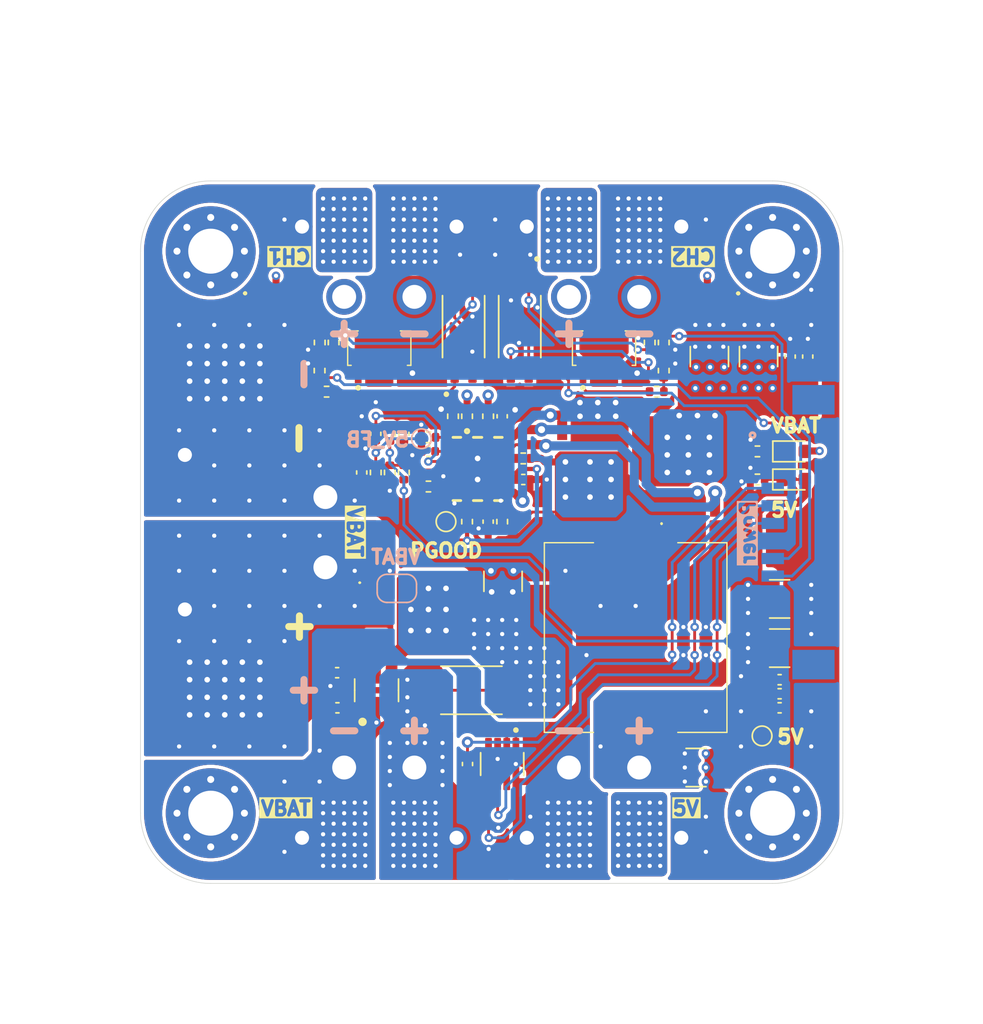
<source format=kicad_pcb>
(kicad_pcb (version 20241229) (generator "pcbnew") (generator_version "9.0")
  (layers (0 "F.Cu" signal) (4 "In1.Cu" signal) (6 "In2.Cu" signal) (2 "B.Cu" signal) (13 "F.Paste" user) (15 "B.Paste" user) (5 "F.SilkS" user "F.Silkscreen") (7 "B.SilkS" user "B.Silkscreen") (1 "F.Mask" user) (3 "B.Mask" user) (25 "Edge.Cuts" user))
  (net 0 "")
  (net 1 "GND")
  (net 2 "+5V")
  (net 3 "/200_Buck_Regulator/5V_BST")
  (net 4 "/200_Buck_Regulator/5V_SW")
  (net 5 "/200_Buck_Regulator/5V_VIN")
  (net 6 "/200_Buck_Regulator/5V_ILIM")
  (net 7 "/200_Buck_Regulator/5V_SS")
  (net 8 "/200_Buck_Regulator/COMP_FB_C")
  (net 9 "/200_Buck_Regulator/5V_FB")
  (net 10 "/200_Buck_Regulator/COMP_FB_R")
  (net 11 "/200_Buck_Regulator/5V_FB_RC")
  (net 12 "/200_Buck_Regulator/5V_LED")
  (net 13 "/300_Connectors/VBAT_CH1")
  (net 14 "/300_Connectors/VBAT_CH2")
  (net 39 "+BATT")
  (net 40 "MSFT_1")
  (net 41 "MSFT_2")
  (net 42 "+3V3")
  (net 43 "INA_IN+")
  (net 44 "/100_Power/VBAT_LED")
  (net 45 "SCL")
  (net 46 "SDA")
  (net 47 "+5V_VCC")
  (net 48 "/100_Power/VCAP")
  (net 49 "/100_Power/PLR_G")
  (net 62 "/200_Buck_Regulator/5V_HO")
  (net 63 "/200_Buck_Regulator/5V_LO")
  (net 64 "/300_Connectors/VGS_CH1_R")
  (net 65 "/300_Connectors/VGS_CH2_R")
  (net 66 "/200_Buck_Regulator/5V_EN")
  (net 67 "/200_Buck_Regulator/5V_SYNCIN")
  (net 68 "/200_Buck_Regulator/5V_RT")
  (net 69 "/200_Buck_Regulator/5V_PGOOD")
  (net 70 "/300_Connectors/MSFT_1_R")
  (net 71 "/300_Connectors/VGS_CH1")
  (net 72 "/300_Connectors/MSFT_2_R")
  (net 73 "/300_Connectors/VGS_CH2")
  (net 75 "+BATT_FILT")
  (footprint "XT30PWF:XT30PWF" (layer "F.Cu") (at 64.5 58.25)
    (property "Reference" "J300" (hide yes))
    (property "Value" "XT30PW-F" (hide yes))
  )
  (footprint "Resistor_SMD:R_0402_1005Metric" (layer "F.Cu") (at 72.25 66.75 -90)
    (property "Reference" "R202" (hide yes))
    (property "Value" "10k")
  )
  (footprint "LTV-217-B-G:SOIC127P700X210-4N" (layer "F.Cu") (at 77 60.3675 -90)
    (property "Reference" "U301" (hide yes))
    (property "Value" "LTV-217-B-G")
  )
  (footprint "Resistor_SMD:R_0402_1005Metric" (layer "F.Cu") (at 75.75 74.25 90)
    (property "Reference" "R210" (hide yes))
    (property "Value" "220R")
  )
  (footprint "Resistor_SMD:R_0402_1005Metric" (layer "F.Cu") (at 73.25 66.75 90)
    (property "Reference" "R201" (hide yes))
    (property "Value" "39k")
  )
  (footprint "Resistor_SMD:R_0402_1005Metric" (layer "F.Cu") (at 68.75 70.75 -90)
    (property "Reference" "R206" (hide yes))
    (property "Value" "5k1")
  )
  (footprint "Resistor_SMD:R_0402_1005Metric" (layer "F.Cu") (at 74.75 66.75 90)
    (property "Reference" "R200" (hide yes))
    (property "Value" "0R")
  )
  (footprint "SOLDER_PAD:BAT_SOLDER_PAD" (layer "F.Cu") (at 56 63.75 90)
    (property "Reference" "J102" (hide yes))
    (property "Value" "~")
  )
  (footprint "Resistor_SMD:R_0402_1005Metric" (layer "F.Cu") (at 70.5 71.75 180)
    (property "Reference" "R203" (hide yes))
    (property "Value" "10k")
  )
  (footprint "TestPoint:TestPoint_Pad_D1.0mm" (layer "F.Cu") (at 71.75 74.25)
    (property "Reference" "TP202" (hide yes))
    (property "Value" "TestPoint")
  )
  (footprint "Capacitor_SMD:C_1210_3225Metric" (layer "F.Cu") (at 90.5 62.5 90)
    (property "Reference" "C200" (hide yes))
    (property "Value" "47u")
  )
  (footprint "Capacitor_SMD:C_1210_3225Metric" (layer "F.Cu") (at 89.55 91.75)
    (property "Reference" "C205" (hide yes))
    (property "Value" "47u")
  )
  (footprint "CSD18540Q5B:CSD18540Q5B" (layer "F.Cu") (at 89 70.441 90)
    (property "Reference" "Q200" (hide yes))
    (property "Value" "CSD18540Q5B" (hide yes))
  )
  (footprint "Resistor_SMD:R_0402_1005Metric" (layer "F.Cu") (at 73.25 74.25 -90)
    (property "Reference" "R209" (hide yes))
    (property "Value" "10k")
  )
  (footprint "Capacitor_SMD:C_0402_1005Metric" (layer "F.Cu") (at 64 85 180)
    (property "Reference" "C104" (hide yes))
    (property "Value" "22n")
  )
  (footprint "Capacitor_SMD:C_0402_1005Metric" (layer "F.Cu") (at 74.75 74.25 -90)
    (property "Reference" "C210" (hide yes))
    (property "Value" "27p")
  )
  (footprint "LED_SMD:LED_0603_1608Metric" (layer "F.Cu") (at 96.5 71.25)
    (property "Reference" "D200" (hide yes))
    (property "Value" "LED")
  )
  (footprint "Capacitor_SMD:C_0402_1005Metric" (layer "F.Cu") (at 97.5 62.5 90)
    (property "Reference" "C218" (hide yes))
    (property "Value" "1u")
  )
  (footprint "MountingHole:MountingHole_3.2mm_M3_Pad_Via" (layer "F.Cu") (at 95 55)
    (property "Reference" "H102" (hide yes))
    (property "Value" "MountingHole_Pad")
  )
  (footprint "Capacitor_SMD:C_0402_1005Metric" (layer "F.Cu") (at 66.75 68 -90)
    (property "Reference" "C212" (hide yes))
    (property "Value" "2n2")
  )
  (footprint "Capacitor_SMD:C_0402_1005Metric" (layer "F.Cu") (at 70.5 69.25 180)
    (property "Reference" "C211" (hide yes))
    (property "Value" "47n")
  )
  (footprint "XT30PWM:XT30PWM" (layer "F.Cu") (at 57.25 75 90)
    (property "Reference" "J100" (hide yes))
    (property "Value" "XT30PW-M" (hide yes))
  )
  (footprint "XT30PWF:XT30PWF" (layer "F.Cu") (at 69.5 91.75 180)
    (property "Reference" "J303" (hide yes))
    (property "Value" "XT30PW-F" (hide yes))
  )
  (footprint "Resistor_SMD:R_0402_1005Metric" (layer "F.Cu") (at 93.92 71.25)
    (property "Reference" "R211" (hide yes))
    (property "Value" "1k")
  )
  (footprint "HSK10N06:HSK10N06" (layer "F.Cu") (at 67 63.125)
    (property "Reference" "Q300" (hide yes))
    (property "Value" "HSK10N06")
  )
  (footprint "Resistor_SMD:R_0402_1005Metric" (layer "F.Cu") (at 66.75 70.75 -90)
    (property "Reference" "R207" (hide yes))
    (property "Value" "680R")
  )
  (footprint "MountingHole:MountingHole_3.2mm_M3_Pad_Via" (layer "F.Cu") (at 55 55)
    (property "Reference" "H101" (hide yes))
    (property "Value" "MountingHole_Pad")
  )
  (footprint "Resistor_SMD:R_0402_1005Metric" (layer "F.Cu") (at 70.5 68.25)
    (property "Reference" "R208" (hide yes))
    (property "Value" "39k")
  )
  (footprint "Resistor_SMD:R_0402_1005Metric" (layer "F.Cu") (at 77.25 69.75)
    (property "Reference" "C207" (hide yes))
    (property "Value" "100n")
  )
  (footprint "LM24145RGYR:RGY0020B" (layer "F.Cu") (at 74 70.5)
    (property "Reference" "U200" (hide yes))
    (property "Value" "LM25145RGYR" (hide yes))
  )
  (footprint "Capacitor_SMD:C_0402_1005Metric" (layer "F.Cu") (at 95.5 85.5)
    (property "Reference" "C202" (hide yes))
    (property "Value" "100n")
  )
  (footprint "Capacitor_SMD:C_0402_1005Metric" (layer "F.Cu") (at 77.25 71.25)
    (property "Reference" "C209" (hide yes))
    (property "Value" "2u2")
  )
  (footprint "CSD18510Q5B:CSD18540Q5BT" (layer "F.Cu") (at 81.924 70.661 90)
    (property "Reference" "Q201" (hide yes))
    (property "Value" "CSD18510Q5B" (hide yes))
  )
  (footprint "Resistor_SMD:R_0402_1005Metric" (layer "F.Cu") (at 67.75 70.75 90)
    (property "Reference" "R205" (hide yes))
    (property "Value" "1k")
  )
  (footprint "MountingHole:MountingHole_3.2mm_M3_Pad_Via" (layer "F.Cu") (at 95 95)
    (property "Reference" "H100" (hide yes))
    (property "Value" "MountingHole_Pad")
  )
  (footprint "Capacitor_SMD:C_0402_1005Metric" (layer "F.Cu") (at 95.5 86.5)
    (property "Reference" "C203" (hide yes))
    (property "Value" "1u")
  )
  (footprint "Capacitor_SMD:C_0402_1005Metric" (layer "F.Cu") (at 64.02 87.5)
    (property "Reference" "C101" (hide yes))
    (property "Value" "47n")
  )
  (footprint "MountingHole:MountingHole_3.2mm_M3_Pad_Via" (layer "F.Cu") (at 55 95)
    (property "Reference" "H103" (hide yes))
    (property "Value" "MountingHole_Pad")
  )
  (footprint "Resistor_SMD:R_0402_1005Metric" (layer "F.Cu") (at 93.92 69.25)
    (property "Reference" "R101" (hide yes))
    (property "Value" "4k7")
  )
  (footprint "INA219AIDCNR:SOT65P280X145-8N" (layer "F.Cu") (at 75.75 91.5 -90)
    (property "Reference" "U302" (hide yes))
    (property "Value" "INA219AIDCNR")
  )
  (footprint "Resistor_SMD:R_0402_1005Metric" (layer "F.Cu") (at 67.75 68 -90)
    (property "Reference" "R204" (hide yes))
    (property "Value" "22R")
  )
  (footprint "Capacitor_SMD:C_1210_3225Metric" (layer "F.Cu") (at 95.5 83.25)
    (property "Reference" "C204" (hide yes))
    (property "Value" "47u")
  )
  (footprint "CSD18540Q5B:CSD18540Q5B" (layer "F.Cu") (at 69.559 80.5)
    (property "Reference" "Q100" (hide yes))
    (property "Value" "CSD18540Q5B" (hide yes))
  )
  (footprint "Capacitor_SMD:C_0402_1005Metric" (layer "F.Cu") (at 68.75 68 -90)
    (property "Reference" "C214" (hide yes))
    (property "Value" "1n8")
  )
  (footprint "SBR3M30P17:SBR3M30P17" (layer "F.Cu") (at 60.5 58 180)
    (property "Reference" "D300" (hide yes))
    (property "Value" "SBR3M30P17" (hide yes))
  )
  (footprint "Capacitor_SMD:C_0402_1005Metric" (layer "F.Cu") (at 95.5 87.5)
    (property "Reference" "C215" (hide yes))
    (property "Value" "100n")
  )
  (footprint "Capacitor_SMD:C_0402_1005Metric" (layer "F.Cu") (at 65.75 70.75 90)
    (property "Reference" "C213" (hide yes))
    (property "Value" "18n")
  )
  (footprint "LED_SMD:LED_0603_1608Metric" (layer "F.Cu") (at 96.5 69.25)
    (property "Reference" "D100" (hide yes))
    (property "Value" "LED")
  )
  (footprint "TestPoint:TestPoint_Pad_D1.0mm" (layer "F.Cu") (at 94.25 89.5)
    (property "Reference" "TP200" (hide yes))
    (property "Value" "TestPoint")
  )
  (footprint "Capacitor_SMD:C_0402_1005Metric" (layer "F.Cu") (at 96.25 62.5 90)
    (property "Reference" "C217" (hide yes))
    (property "Value" "100n")
  )
  (footprint "Resistor_SMD:R_0402_1005Metric" (layer "F.Cu") (at 86.75 65)
    (property "Reference" "R307" (hide yes))
    (property "Value" "100R")
  )
  (footprint "HSK10N06:HSK10N06" (layer "F.Cu") (at 83 63.125)
    (property "Reference" "Q301" (hide yes))
    (property "Value" "HSK10N06")
  )
  (footprint "Resistor_SMD:R_2512_6332Metric" (layer "F.Cu") (at 73.559 86.25)
    (property "Reference" "R100" (hide yes))
    (property "Value" "0m5")
  )
  (footprint "Capacitor_SMD:C_0402_1005Metric" (layer "F.Cu") (at 73.28 91.5 -90)
    (property "Reference" "C300" (hide yes))
    (property "Value" "100n")
  )
  (footprint "Resistor_SMD:R_0402_1005Metric" (layer "F.Cu") (at 62.75 63.5 -90)
    (property "Reference" "R300" (hide yes))
    (property "Value" "10k" (hide yes))
  )
  (footprint "Resistor_SMD:R_0402_1005Metric" (layer "F.Cu") (at 87.25 63.5 -90)
    (property "Reference" "R306" (hide yes))
    (property "Value" "10k")
  )
  (footprint "Resistor_SMD:R_0402_1005Metric" (layer "F.Cu") (at 86.25 61.5 90)
    (property "Reference" "R305" (hide yes))
    (property "Value" "220R")
  )
  (footprint "125CDMCCDS-1R8MC:Untitled" (layer "F.Cu") (at 85.25 82.5 -90)
    (property "Reference" "L200" (hide yes))
    (property "Value" "1u8")
  )
  (footprint "XT30PWF:XT30PWF" (layer "F.Cu") (at 85.5 91.75 180)
    (property "Reference" "J304" (hide yes))
    (property "Value" "XT30PW-F" (hide yes))
  )
  (footprint "SOLDER_PAD:BAT_SOLDER_PAD" (layer "F.Cu") (at 56 86.25 90)
    (property "Reference" "J101" (hide yes))
    (property "Value" "~")
  )
  (footprint "Resistor_SMD:R_0402_1005Metric" (layer "F.Cu") (at 63.25 65 180)
    (property "Reference" "R301" (hide yes))
    (property "Value" "220R")
  )
  (footprint "XT30PWF:XT30PWF" (layer "F.Cu") (at 80.5 58.25)
    (property "Reference" "J301" (hide yes))
    (property "Value" "XT30PW-F" (hide yes))
  )
  (footprint "Capacitor_SMD:C_1210_3225Metric" (layer "F.Cu") (at 95.5 79.75)
    (property "Reference" "C216" (hide yes))
    (property "Value" "22u")
  )
  (footprint "Resistor_SMD:R_0402_1005Metric" (layer "F.Cu") (at 62.76 61.5 90)
    (property "Reference" "R302" (hide yes))
    (property "Value" "10k")
  )
  (footprint "Capacitor_SMD:C_0402_1005Metric" (layer "F.Cu") (at 75.75 66.75 90)
    (property "Reference" "C208" (hide yes))
    (property "Value" "100n")
  )
  (footprint "Resistor_SMD:R_0402_1005Metric" (layer "F.Cu") (at 63.75 61.5 90)
    (property "Reference" "R303" (hide yes))
    (property "Value" "100R")
  )
  (footprint "Capacitor_SMD:C_1210_3225Metric" (layer "F.Cu") (at 75.809 78.5 90)
    (property "Reference" "C102" (hide yes))
    (property "Value" "47u")
  )
  (footprint "SBR3M30P17:SBR3M30P17" (layer "F.Cu") (at 89.5 58)
    (property "Reference" "D301" (hide yes))
    (property "Value" "SBR3M30P17" (hide yes))
  )
  (footprint "Package_TO_SOT_SMD:SOT-23-6" (layer "F.Cu") (at 66.809 86.25 90)
    (property "Reference" "U100" (hide yes))
    (property "Value" "LM74700")
  )
  (footprint "Resistor_SMD:R_0402_1005Metric" (layer "F.Cu") (at 87.25 61.5 90)
    (property "Reference" "R304" (hide yes))
    (property "Value" "10k")
  )
  (footprint "Capacitor_SMD:C_1210_3225Metric" (layer "F.Cu") (at 94 62.5 90)
    (property "Reference" "C201" (hide yes))
    (property "Value" "47u")
  )
  (footprint "LTV-217-B-G:SOIC127P700X210-4N" (layer "F.Cu") (at 73 60.3675 90)
    (property "Reference" "U300" (hide yes))
    (property "Value" "LTV-217-B-G")
  )
  (footprint "SOLDER_PAD:PWR_SOLDER_PAD" (layer "B.Cu") (at 64.5 96.5 180)
    (property "Reference" "J312" (hide yes))
    (property "Value" "~")
  )
  (footprint "SOLDER_PAD:PWR_SOLDER_PAD" (layer "B.Cu") (at 80.5 53.5)
    (property "Reference" "J307" (hide yes))
    (property "Value" "~")
  )
  (footprint "SOLDER_PAD:PWR_SOLDER_PAD" (layer "B.Cu") (at 69.5 53.5 180)
    (property "Reference" "J306" (hide yes))
    (property "Value" "~")
  )
  (footprint "Jumper:SolderJumper-2_P1.3mm_Open_RoundedPad1.0x1.5mm" (layer "B.Cu") (at 68.25 79)
    (property "Reference" "JP100" (hide yes))
    (property "Value" "SolderJumper_2_Open")
  )
  (footprint "SOLDER_PAD:PWR_SOLDER_PAD" (layer "B.Cu") (at 85.5 53.5)
    (property "Reference" "J308" (hide yes))
    (property "Value" "~")
  )
  (footprint "SOLDER_PAD:PWR_SOLDER_PAD" (layer "B.Cu") (at 85.5 96.5 180)
    (property "Reference" "J309" (hide yes))
    (property "Value" "~")
  )
  (footprint "SOLDER_PAD:PWR_SOLDER_PAD" (layer "B.Cu") (at 80.5 96.5 180)
    (property "Reference" "J310" (hide yes))
    (property "Value" "~")
  )
  (footprint "532611271:53261-1271" (layer "B.Cu") (at 95.808 75 -90)
    (property "Reference" "J302" (hide yes))
    (property "Value" "532617012" (hide yes))
  )
  (footprint "TestPoint:TestPoint_Pad_D1.0mm" (layer "B.Cu") (at 70 68.35 180)
    (property "Reference" "TP201" (hide yes))
    (property "Value" "TestPoint")
  )
  (footprint "SOLDER_PAD:PWR_SOLDER_PAD" (layer "B.Cu") (at 64.5 53.5 180)
    (property "Reference" "J305" (hide yes))
    (property "Value" "~")
  )
  (footprint "SOLDER_PAD:PWR_SOLDER_PAD" (layer "B.Cu") (at 69.5 96.5 180)
    (property "Reference" "J311" (hide yes))
    (property "Value" "~")
  )
  (gr_arc (start 100 95) (mid 98.535534 98.535534) (end 95 100) (stroke (width 0.05)) (layer "Edge.Cuts"))
  (gr_line (start 50 95) (end 50 55) (stroke (width 0.05)) (layer "Edge.Cuts"))
  (gr_arc (start 95 50) (mid 98.535534 51.464466) (end 100 55) (stroke (width 0.05)) (layer "Edge.Cuts"))
  (gr_line (start 95 100) (end 55 100) (stroke (width 0.05)) (layer "Edge.Cuts"))
  (gr_line (start 55 50) (end 95 50) (stroke (width 0.05)) (layer "Edge.Cuts"))
  (gr_line (start 100 55) (end 100 95) (stroke (width 0.05)) (layer "Edge.Cuts"))
  (gr_arc (start 55 100) (mid 51.464466 98.535534) (end 50 95) (stroke (width 0.05)) (layer "Edge.Cuts"))
  (gr_arc (start 50 55) (mid 51.464466 51.464466) (end 55 50) (stroke (width 0.05)) (layer "Edge.Cuts"))
  (gr_text "5V" (at 95.2 90.15 0) (layer "F.SilkS") (effects (font (size 1 1) (thickness 0.25) (bold yes)) (justify left bottom)))
  (gr_text "PGOOD" (at 69.05 76.9 0) (layer "F.SilkS") (effects (font (size 1 1) (thickness 0.25) (bold yes)) (justify left bottom)))
  (gr_text "+" (at 59.75 82.75 0) (layer "F.SilkS") (effects (font (size 2 2) (thickness 0.5) (bold yes)) (justify left bottom)))
  (gr_text "5V" (at 94.75 74 0) (layer "F.SilkS") (effects (font (size 1 1) (thickness 0.25) (bold yes)) (justify left bottom)))
  (gr_text "CH1" (at 62.25 54.75 180) (layer "F.SilkS" knockout) (effects (font (size 1 1) (thickness 0.25) (bold yes)) (justify left bottom)))
  (gr_text "VBAT" (at 65.25 75 270) (layer "F.SilkS" knockout) (effects (font (size 1 1) (thickness 0.25) (bold yes))))
  (gr_text "VBAT" (at 94.75 68 0) (layer "F.SilkS") (effects (font (size 1 1) (thickness 0.25) (bold yes)) (justify left bottom)))
  (gr_text "VBAT" (at 62.25 95.25 0) (layer "F.SilkS" knockout) (effects (font (size 1 1) (thickness 0.25) (bold yes)) (justify right bottom)))
  (gr_text "CH2" (at 91 54.75 180) (layer "F.SilkS" knockout) (effects (font (size 1 1) (thickness 0.25) (bold yes)) (justify left bottom)))
  (gr_text "5V" (at 87.75 95.25 0) (layer "F.SilkS" knockout) (effects (font (size 1 1) (thickness 0.25) (bold yes)) (justify left bottom)))
  (gr_text "-" (at 60.25 66.75 270) (layer "F.SilkS") (effects (font (size 2 2) (thickness 0.5) (bold yes)) (justify left bottom)))
  (gr_text "+" (at 69.5 89 0) (layer "B.SilkS") (effects (font (size 2 2) (thickness 0.5) (bold yes)) (justify mirror)))
  (gr_text "-" (at 80.5 89 0) (layer "B.SilkS") (effects (font (size 2 2) (thickness 0.5) (bold yes)) (justify mirror)))
  (gr_text "+" (at 85.5 89 0) (layer "B.SilkS") (effects (font (size 2 2) (thickness 0.5) (bold yes)) (justify mirror)))
  (gr_text "-" (at 64.5 89 0) (layer "B.SilkS") (effects (font (size 2 2) (thickness 0.5) (bold yes)) (justify mirror)))
  (gr_text "-" (at 61.5 63.75 90) (layer "B.SilkS") (effects (font (size 2 2) (thickness 0.5) (bold yes)) (justify mirror)))
  (gr_text "Power" (at 93.25 75 90) (layer "B.SilkS" knockout) (effects (font (size 1 1) (thickness 0.25) (bold yes)) (justify mirror)))
  (gr_text "-" (at 85.5 60.75 0) (layer "B.SilkS") (effects (font (size 2 2) (thickness 0.5) (bold yes)) (justify mirror)))
  (gr_text "+" (at 64.5 60.75 0) (layer "B.SilkS") (effects (font (size 2 2) (thickness 0.5) (bold yes)) (justify mirror)))
  (gr_text "-" (at 69.5 60.75 0) (layer "B.SilkS") (effects (font (size 2 2) (thickness 0.5) (bold yes)) (justify mirror)))
  (gr_text "+" (at 80.5 60.75 0) (layer "B.SilkS") (effects (font (size 2 2) (thickness 0.5) (bold yes)) (justify mirror)))
  (gr_text "VBAT" (at 70.1 77.35 0) (layer "B.SilkS") (effects (font (size 1 1) (thickness 0.25) (bold yes)) (justify left bottom mirror)))
  (gr_text "5V_FB" (at 69.25 69 0) (layer "B.SilkS") (effects (font (size 1 1) (thickness 0.25) (bold yes)) (justify left bottom mirror)))
  (gr_text "+" (at 61.5 86.25 90) (layer "B.SilkS") (effects (font (size 2 2) (thickness 0.5) (bold yes)) (justify mirror)))
  (segment (start 87.25 62.99) (end 88.06 62.99) (width 0.2) (layer "F.Cu") (net 1))
  (segment (start 75.65 70.75) (end 75.65 70.25) (width 0.2) (layer "F.Cu") (net 1))
  (segment (start 77.73 71.25) (end 78.925 71.25) (width 0.5) (layer "F.Cu") (net 1))
  (segment (start 87.25 62.01) (end 88.07 62.01) (width 0.2) (layer "F.Cu") (net 1))
  (segment (start 63.52 85) (end 63.52 85.95) (width 0.2) (layer "F.Cu") (net 1))
  (segment (start 85.347545 63.688) (end 85.354768 63.680777) (width 0.5) (layer "F.Cu") (net 1))
  (segment (start 62.76 62.01) (end 62.76 62.98) (width 0.2) (layer "F.Cu") (net 1))
  (segment (start 74.25 70.75) (end 74 70.5) (width 0.2) (layer "F.Cu") (net 1))
  (segment (start 72.25 66.24) (end 71.4 66.24) (width 0.5) (layer "F.Cu") (net 1))
  (segment (start 66.809 87.3875) (end 66.809 88.541) (width 0.2) (layer "F.Cu") (net 1))
  (segment (start 69.99 67.351425) (end 69.988637 67.350062) (width 0.2) (layer "F.Cu") (net 1))
  (segment (start 75.65 70.25) (end 74.25 70.25) (width 0.2) (layer "F.Cu") (net 1))
  (segment (start 69.618329 69.25) (end 69.35 69.518329) (width 0.2) (layer "F.Cu") (net 1))
  (segment (start 93.41 68.44) (end 93.43 68.42) (width 0.2) (layer "F.Cu") (net 1))
  (segment (start 70.02 69.25) (end 69.618329 69.25) (width 0.2) (layer "F.Cu") (net 1))
  (segment (start 74.25 70.25) (end 74 70.5) (width 0.2) (layer "F.Cu") (net 1))
  (segment (start 75.43 91.02) (end 75.43 90.9) (width 0.2) (layer "F.Cu") (net 1))
  (segment (start 73.5 70.75) (end 74 71.25) (width 0.2) (layer "F.Cu") (net 1))
  (segment (start 76.365 57.1725) (end 76.365 58.49) (width 0.5) (layer "F.Cu") (net 1))
  (segment (start 93.41 69.25) (end 93.41 68.44) (width 0.2) (layer "F.Cu") (net 1))
  (segment (start 76.365 58.49) (end 76.375 58.5) (width 0.5) (layer "F.Cu") (net 1))
  (segment (start 93.41 70.43) (end 93.42 70.42) (width 0.2) (layer "F.Cu") (net 1))
  (segment (start 75.425 91.14) (end 75.425 90.245) (width 0.2) (layer "F.Cu") (net 1))
  (segment (start 74.75 74.73) (end 74.073465 74.73) (width 0.5) (layer "F.Cu") (net 1))
  (segment (start 68.5 63.688) (end 69.352 63.688) (width 0.5) (layer "F.Cu") (net 1))
  (segment (start 75.65 72.76) (end 75.65 72.25) (width 0.2) (layer "F.Cu") (net 1))
  (segment (start 67.75 71.26) (end 67.75 72.05) (width 0.2) (layer "F.Cu") (net 1))
  (segment (start 97.5 61.25) (end 97.51 61.24) (width 0.2) (layer "F.Cu") (net 1))
  (segment (start 76.65 66.27) (end 76.67 66.29) (width 0.5) (layer "F.Cu") (net 1))
  (segment (start 62.76 62.98) (end 62.75 62.99) (width 0.2) (layer "F.Cu") (net 1))
  (segment (start 97.5 62.02) (end 97.5 61.25) (width 0.2) (layer "F.Cu") (net 1))
  (segment (start 74.073465 74.73) (end 74.07 74.733465) (width 0.5) (layer "F.Cu") (net 1))
  (segment (start 69.99 68.25) (end 69.99 67.351425) (width 0.2) (layer "F.Cu") (net 1))
  (segment (start 93.41 71.25) (end 93.41 70.43) (width 0.2) (layer "F.Cu") (net 1))
  (segment (start 62.76 62.01) (end 61.93 62.01) (width 0.2) (layer "F.Cu") (net 1))
  (segment (start 75.65 70.75) (end 74.25 70.75) (width 0.2) (layer "F.Cu") (net 1))
  (segment (start 88.06 62.99) (end 88.07 63) (width 0.2) (layer "F.Cu") (net 1))
  (segment (start 70.02 68.28) (end 69.99 68.25) (width 0.2) (layer "F.Cu") (net 1))
  (segment (start 75.43 90.9) (end 75.425 90.895) (width 0.2) (layer "F.Cu") (net 1))
  (segment (start 84.5 63.688) (end 85.347545 63.688) (width 0.5) (layer "F.Cu") (net 1))
  (segment (start 66.809 88.541) (end 66.8 88.55) (width 0.2) (layer "F.Cu") (net 1))
  (segment (start 96.25 62.02) (end 96.25 61.24) (width 0.2) (layer "F.Cu") (net 1))
  (segment (start 69.352 63.688) (end 69.36 63.68) (width 0.5) (layer "F.Cu") (net 1))
  (segment (start 62.75 62.99) (end 61.93 62.99) (width 0.2) (layer "F.Cu") (net 1))
  (segment (start 70.02 69.25) (end 70.02 68.28) (width 0.2) (layer "F.Cu") (net 1))
  (segment (start 72.35 70.75) (end 73.5 70.75) (width 0.2) (layer "F.Cu") (net 1))
  (segment (start 75.75 66.27) (end 76.65 66.27) (width 0.5) (layer "F.Cu") (net 1))
  (segment (start 72.35 72.25) (end 72.35 72.95) (width 0.2) (layer "F.Cu") (net 1))
  (segment (start 87.25 62.99) (end 87.25 62.01) (width 0.2) (layer "F.Cu") (net 1))
  (segment (start 73.635 62.16) (end 73.625 62.15) (width 0.5) (layer "F.Cu") (net 1))
  (segment (start 73.635 63.5625) (end 73.635 62.16) (width 0.5) (layer "F.Cu") (net 1))
  (segment (start 76.725 92.755) (end 76.725 91.505) (width 0.2) (layer "F.Cu") (net 1))
  (via (at 90.49 61.8) (size 0.6) (drill 0.3) (layers "F.Cu" "B.Cu") (net 1))
  (via (at 84 53.5) (size 0.6) (drill 0.3) (layers "F.Cu" "B.Cu") (net 1))
  (via (at 52.75 72.75) (size 0.6) (drill 0.3) (layers "F.Cu" "B.Cu") (net 1))
  (via (at 66 98.75) (size 0.6) (drill 0.3) (layers "F.Cu" "B.Cu") (net 1))
  (via (at 68.75 55.75) (size 0.6) (drill 0.3) (layers "F.Cu" "B.Cu") (net 1))
  (via (at 94.99 61.8) (size 0.6) (drill 0.3) (layers "F.Cu" "B.Cu") (net 1))
  (via (at 79 97.25) (size 0.6) (drill 0.3) (layers "F.Cu" "B.Cu") (net 1))
  (via (at 79 94.25) (size 0.6) (drill 0.3) (layers "F.Cu" "B.Cu") (net 1))
  (via (at 82 94.25) (size 0.6) (drill 0.3) (layers "F.Cu" "B.Cu") (net 1))
  (via (at 56 63) (size 0.8) (drill 0.4) (layers "F.Cu" "B.Cu") (net 1))
  (via (at 90.25 95.25) (size 0.6) (drill 0.3) (layers "F.Cu" "B.Cu") (net 1))
  (via (at 63.75 98.75) (size 0.6) (drill 0.3) (layers "F.Cu" "B.Cu") (net 1))
  (via (at 75.47 96.04) (size 0.6) (drill 0.3) (layers "F.Cu" "B.Cu") (net 1))
  (via (at 68 52.75) (size 0.6) (drill 0.3) (layers "F.Cu" "B.Cu") (net 1))
  (via (at 82 97.25) (size 0.6) (drill 0.3) (layers "F.Cu" "B.Cu") (net 1))
  (via (at 66.75 65.75) (size 0.6) (drill 0.3) (layers "F.Cu" "B.Cu") (net 1))
  (via (at 63.75 94.25) (size 0.6) (drill 0.3) (layers "F.Cu" "B.Cu") (net 1))
  (via (at 57.75 67.75) (size 0.6) (drill 0.3) (layers "F.Cu" "B.Cu") (net 1))
  (via (at 69.988637 67.350062) (size 0.6) (drill 0.3) (layers "F.Cu" "B.Cu") (net 1))
  (via (at 82 98.75) (size 0.6) (drill 0.3) (layers "F.Cu" "B.Cu") (net 1))
  (via (at 84.75 51.25) (size 0.6) (drill 0.3) (layers "F.Cu" "B.Cu") (net 1))
  (via (at 68 54.25) (size 0.6) (drill 0.3) (layers "F.Cu" "B.Cu") (net 1))
  (via (at 65.25 72.75) (size 0.6) (drill 0.3) (layers "F.Cu" "B.Cu") (net 1))
  (via (at 81.285 65.775) (size 0.8) (drill 0.4) (layers "F.Cu" "B.Cu") (net 1))
  (via (at 92.99 61.8) (size 0.6) (drill 0.3) (layers "F.Cu" "B.Cu") (net 1))
  (via (at 81.25 97.25) (size 0.6) (drill 0.3) (layers "F.Cu" "B.Cu") (net 1))
  (via (at 76.55 77.75) (size 0.8) (drill 0.4) (layers "F.Cu" "B.Cu") (net 1))
  (via (at 86.25 52) (size 0.6) (drill 0.3) (layers "F.Cu" "B.Cu") (net 1))
  (via (at 85.5 55.75) (size 0.6) (drill 0.3) (layers "F.Cu" "B.Cu") (net 1))
  (via (at 81.25 95.75) (size 0.6) (drill 0.3) (layers "F.Cu" "B.Cu") (net 1))
  (via (at 91.5 60.25) (size 0.6) (drill 0.3) (layers "F.Cu" "B.Cu") (net 1))
  (via (at 63.75 96.5) (size 0.6) (drill 0.3) (layers "F.Cu" "B.Cu") (net 1))
  (via (at 80.5 95.75) (size 0.6) (drill 0.3) (layers "F.Cu" "B.Cu") (net 1))
  (via (at 70.25 51.25) (size 0.6) (drill 0.3) (layers "F.Cu" "B.Cu") (net 1))
  (via (at 95 60.25) (size 0.6) (drill 0.3) (layers "F.Cu" "B.Cu") (net 1))
  (via (at 57.75 70.25) (size 0.6) (drill 0.3) (layers "F.Cu" "B.Cu") (net 1))
  (via (at 60.25 70.25) (size 0.6) (drill 0.3) (layers "F.Cu" "B.Cu") (net 1))
  (via (at 90.249997 81.75) (size 0.6) (drill 0.3) (layers "F.Cu" "B.Cu") (net 1))
  (via (at 81.25 98.75) (size 0.6) (drill 0.3) (layers "F.Cu" "B.Cu") (net 1))
  (via (at 63 97.25) (size 0.6) (drill 0.3) (layers "F.Cu" "B.Cu") (net 1))
  (via (at 65.25 97.25) (size 0.6) (drill 0.3) (layers "F.Cu" "B.Cu") (net 1))
  (via (at 89.5 60.25) (size 0.6) (drill 0.3) (layers "F.Cu" "B.Cu") (net 1))
  (via (at 82 95.75) (size 0.6) (drill 0.3) (layers "F.Cu" "B.Cu") (net 1))
  (via (at 63 95.75) (size 0.6) (drill 0.3) (layers "F.Cu" "B.Cu") (net 1))
  (via (at 78.258923 59.006891) (size 0.6) (drill 0.3) (layers "F.Cu" "B.Cu") (net 1))
  (via (at 68 53.5) (size 0.6) (drill 0.3) (layers "F.Cu" "B.Cu") (net 1))
  (via (at 90.25 92.75) (size 0.6) (drill 0.3) (layers "F.Cu" "B.Cu") (net 1))
  (via (at 76.72 91.5) (size 0.6) (drill 0.3) (layers "F.Cu" "B.Cu") (net 1))
  (via (at 62.75 67.75) (size 0.6) (drill 0.3) (layers "F.Cu" "B.Cu") (net 1))
  (via (at 66.014772 69.034653) (size 0.6) (drill 0.3) (layers "F.Cu" "B.Cu") (net 1))
  (via (at 68.75 52.75) (size 0.6) (drill 0.3) (layers "F.Cu" "B.Cu") (net 1))
  (via (at 81.25 94.25) (size 0.6) (drill 0.3) (layers "F.Cu" "B.Cu") (net 1))
  (via (at 90.250003 83.75) (size 0.6) (drill 0.3) (layers "F.Cu" "B.Cu") (net 1))
  (via (at 60.25 60.25) (size 0.6) (drill 0.3) (layers "F.Cu" "B.Cu") (net 1))
  (via (at 52.75 60.25) (size 0.6) (drill 0.3) (layers "F.Cu" "B.Cu") (net 1))
  (via (at 94 60.25) (size 0.6) (drill 0.3) (layers "F.Cu" "B.Cu") (net 1))
  (via (at 66 97.25) (size 0.6) (drill 0.3) (layers "F.Cu" "B.Cu") (net 1))
  (via (at 75.65 72.76) (size 0.6) (drill 0.3) (layers "F.Cu" "B.Cu") (net 1))
  (via (at 84 52) (size 0.6) (drill 0.3) (layers "F.Cu" "B.Cu") (net 1))
  (via (at 84 55.75) (size 0.6) (drill 0.3) (layers "F.Cu" "B.Cu") (net 1))
  (via (at 80.5 97.25) (size 0.6) (drill 0.3) (layers "F.Cu" "B.Cu") (net 1))
  (via (at 85.5 54.25) (size 0.6) (drill 0.3) (layers "F.Cu" "B.Cu") (net 1))
  (via (at 58.5 61.75) (size 0.8) (drill 0.4) (layers "F.Cu" "B.Cu") (net 1))
  (via (at 87 53.5) (size 0.6) (drill 0.3) (layers "F.Cu" "B.Cu") (net 1))
  (via (at 84.75 54.25) (size 0.6) (drill 0.3) (layers "F.Cu" "B.Cu") (net 1))
  (via (at 79 95) (size 0.6) (drill 0.3) (layers "F.Cu" "B.Cu") (net 1))
  (via (at 91.49 61.8) (size 0.6) (drill 0.3) (layers "F.Cu" "B.Cu") (net 1))
  (via (at 67.75 72.05) (size 0.6) (drill 0.3) (layers "F.Cu" "B.Cu") (net 1))
  (via (at 75.25 55.25) (size 0.6) (drill 0.3) (layers "F.Cu" "B.Cu") (net 1))
  (via (at 56 61.75) (size 0.8) (drill 0.4) (layers "F.Cu" "B.Cu") (net 1))
  (via (at 80.5 94.25) (size 0.6) (drill 0.3) (layers "F.Cu" "B.Cu") (net 1))
  (via (at 90.25 52.75) (size 0.6) (drill 0.3) (layers "F.Cu" "B.Cu") (net 1))
  (via (at 68.75 51.25) (size 0.6) (drill 0.3) (layers "F.Cu" "B.Cu") (net 1))
  (via (at 84.75 55) (size 0.6) (drill 0.3) (layers "F.Cu" "B.Cu") (net 1))
  (via (at 56 65.5) (size 0.8) (drill 0.4) (layers "F.Cu" "B.Cu") (net 1))
  (via (at 79.75 94.25) (size 0.6) (drill 0.3) (layers "F.Cu" "B.Cu") (net 1))
  (via (at 79.75 97.25) (size 0.6) (drill 0.3) (layers "F.Cu" "B.Cu") (net 1))
  (via (at 65.25 96.5) (size 0.6) (drill 0.3) (layers "F.Cu" "B.Cu") (net 1))
  (via (at 57.75 72.75) (size 0.6) (drill 0.3) (layers "F.Cu" "B.Cu") (net 1))
  (via (at 86.25 51.25) (size 0.6) (drill 0.3) (layers "F.Cu" "B.Cu") (net 1))
  (via (at 84.75 55.75) (size 0.6) (drill 0.3) (layers "F.Cu" "B.Cu") (net 1))
  (via (at 79 98.75) (size 0.6) (drill 0.3) (layers "F.Cu" "B.Cu") (net 1))
  (via (at 64.5 94.25) (size 0.6) (drill 0.3) (layers "F.Cu" "B.Cu") (net 1))
  (via (at 71 55) (size 0.6) (drill 0.3) (layers "F.Cu" "B.Cu") (net 1))
  (via (at 87 55.75) (size 0.6) (drill 0.3) (layers "F.Cu" "B.Cu") (net 1))
  (via (at 76.948406 61.53) (size 0.6) (drill 0.3) (layers "F.Cu" "B.Cu") (net 1))
  (via (at 97.75 78.75) (size 0.6) (drill 0.3) (layers "F.Cu" "B.Cu") (net 1))
  (via (at 58.5 63) (size 0.8) (drill 0.4) (layers "F.Cu" "B.Cu") (net 1))
  (via (at 87 52) (size 0.6) (drill 0.3) (layers "F.Cu" "B.Cu") (net 1))
  (via (at 80.5 98.75) (size 0.6) (drill 0.3) (layers "F.Cu" "B.Cu") (net 1))
  (via (at 65.25 95.75) (size 0.6) (drill 0.3) (layers "F.Cu" "B.Cu") (net 1))
  (via (at 57.25 63) (size 0.8) (drill 0.4) (layers "F.Cu" "B.Cu") (net 1))
  (via (at 79.75 95.75) (size 0.6) (drill 0.3) (layers "F.Cu" "B.Cu") (net 1))
  (via (at 86.25 54.25) (size 0.6) (drill 0.3) (layers "F.Cu" "B.Cu") (net 1))
  (via (at 97.51 61.24) (size 0.6) (drill 0.3) (layers "F.Cu" "B.Cu") (net 1))
  (via (at 60.25 97.75) (size 0.6) (drill 0.3) (layers "F.Cu" "B.Cu") (net 1))
  (via (at 90.25 91.75) (size 0.6) (drill 0.3) (layers "F.Cu" "B.Cu") (net 1))
  (via (at 97.75 57.75) (size 0.6) (drill 0.3) (layers "F.Cu" "B.Cu") (net 1))
  (via (at 79.75 96.5) (size 0.6) (drill 0.3) (layers "F.Cu" "B.Cu") (net 1))
  (via (at 81.25 95) (size 0.6) (drill 0.3) (layers "F.Cu" "B.Cu") (net 1))
  (via (at 74 69.75) (size 0.8) (drill 0.4) (layers "F.Cu" "B.Cu") (net 1))
  (via (at 79 95.75) (size 0.6) (drill 0.3) (layers "F.Cu" "B.Cu") (net 1))
  (via (at 53.5 64.25) (size 0.8) (drill 0.4) (layers "F.Cu" "B.Cu") (net 1))
  (via (at 73.631116 59.647414) (size 0.6) (drill 0.3) (layers "F.Cu" "B.Cu") (net 1))
  (via (at 84 52.75) (size 0.6) (drill 0.3) (layers "F.Cu" "B.Cu") (net 1))
  (via (at 71 55.75) (size 0.6) (drill 0.3) (layers "F.Cu" "B.Cu") (net 1))
  (via (at 60.25 67.75) (size 0.6) (drill 0.3) (layers "F.Cu" "B.Cu") (net 1))
  (via (at 81.75 83.75) (size 0.6) (drill 0.3) (layers "F.Cu" "B.Cu") (net 1))
  (via (at 66 94.25) (size 0.6) (drill 0.3) (layers "F.Cu" "B.Cu") (net 1))
  (via (at 71 52.75) (size 0.6) (drill 0.3) (layers "F.Cu" "B.Cu") (net 1))
  (via (at 77.75 55.25) (size 0.6) (drill 0.3) (layers "F.Cu" "B.Cu") (net 1))
  (via (at 54.75 64.25) (size 0.8) (drill 0.4) (layers "F.Cu" "B.Cu") (net 1))
  (via (at 55.25 67.75) (size 0.6) (drill 0.3) (layers "F.Cu" "B.Cu") (net 1))
  (via (at 64.5 95.75) (size 0.6) (drill 0.3) (layers "F.Cu" "B.Cu") (net 1))
  (via (at 66 95.75) (size 0.6) (drill 0.3) (layers "F.Cu" "B.Cu") (net 1))
  (via (at 86.25 55.75) (size 0.6) (drill 0.3) (layers "F.Cu" "B.Cu") (net 1))
  (via (at 97.75 90.25) (size 0.6) (drill 0.3) (layers "F.Cu" "B.Cu") (net 1))
  (via (at 76.67 66.29) (size 0.8) (drill 0.4) (layers "F.Cu" "B.Cu") (net 1))
  (via (at 70.25 53.5) (size 0.6) (drill 0.3) (layers "F.Cu" "B.Cu") (net 1))
  (via (at 65.25 95) (size 0.6) (drill 0.3) (layers "F.Cu" "B.Cu") (net 1))
  (via (at 81.25 98) (size 0.6) (drill 0.3) (layers "F.Cu" "B.Cu") (net 1))
  (via (at 73.625 62.15) (size 0.6) (drill 0.3) (layers "F.Cu" "B.Cu") (net 1))
  (via (at 63.75 98) (size 0.6) (drill 0.3) (layers "F.Cu" "B.Cu") (net 1))
  (via (at 63 96.5) (size 0.6) (drill 0.3) (layers "F.Cu" "B.Cu") (net 1))
  (via (at 53.5 65.5) (size 0.8) (drill 0.4) (layers "F.Cu" "B.Cu") (net 1))
  (via (at 97.75 60.25) (size 0.6) (drill 0.3) (layers "F.Cu" "B.Cu") (net 1))
  (via (at 87 52.75) (size 0.6) (drill 0.3) (layers "F.Cu" "B.Cu") (net 1))
  (via (at 68.75 52) (size 0.6) (drill 0.3) (layers "F.Cu" "B.Cu") (net 1))
  (via (at 90.25 97.75) (size 0.6) (drill 0.3) (layers "F.Cu" "B.Cu") (net 1))
  (via (at 84 55) (size 0.6) (drill 0.3) (layers "F.Cu" "B.Cu") (net 1))
  (via (at 64.5 98.75) (size 0.6) (drill 0.3) (layers "F.Cu" "B.Cu") (net 1))
  (via (at 80.5 95) (size 0.6) (drill 0.3) (layers "F.Cu" "B.Cu") (net 1))
  (via (at 69.5 52.75) (size 0.6) (drill 0.3) (layers "F.Cu" "B.Cu") (net 1))
  (via (at 66 95) (size 0.6) (drill 0.3) (layers "F.Cu" "B.Cu") (net 1))
  (via (at 65.25 98.75) (size 0.6) (drill 0.3) (layers "F.Cu" "B.Cu") (net 1))
  (via (at 74.07 74.733465) (size 0.6) (drill 0.3) (layers "F.Cu" "B.Cu") (net 1))
  (via (at 72.75 55.25) (size 0.6) (drill 0.3) (layers "F.Cu" "B.Cu") (net 1))
  (via (at 63 98.75) (size 0.6) (drill 0.3) (layers "F.Cu" "B.Cu") (net 1))
  (via (at 55.25 70.25) (size 0.6) (drill 0.3) (layers "F.Cu" "B.Cu") (net 1))
  (via (at 58.5 64.25) (size 0.8) (drill 0.4) (layers "F.Cu" "B.Cu") (net 1))
  (via (at 58.5 65.5) (size 0.8) (drill 0.4) (layers "F.Cu" "B.Cu") (net 1))
  (via (at 71 54.25) (size 0.6) (drill 0.3) (layers "F.Cu" "B.Cu") (net 1))
  (via (at 54.75 61.75) (size 0.8) (drill 0.4) (layers "F.Cu" "B.Cu") (net 1))
  (via (at 88.07 62.01) (size 0.6) (drill 0.3) (layers "F.Cu" "B.Cu") (net 1))
  (via (at 88.649997 83.75) (size 0.6) (drill 0.3) (layers "F.Cu" "B.Cu") (net 1))
  (via (at 56 64.25) (size 0.8) (drill 0.4) (layers "F.Cu" "B.Cu") (net 1))
  (via (at 68 51.25) (size 0.6) (drill 0.3) (layers "F.Cu" "B.Cu") (net 1))
  (via (at 68.75 54.25) (size 0.6) (drill 0.3) (layers "F.Cu" "B.Cu") (net 1))
  (via (at 88.649991 81.75) (size 0.6) (drill 0.3) (layers "F.Cu" "B.Cu") (net 1))
  (via (at 74.785717 97.549875) (size 0.6) (drill 0.3) (layers "F.Cu" "B.Cu") (net 1))
  (via (at 85.25 80.25) (size 0.6) (drill 0.3) (layers "F.Cu" "B.Cu") (net 1))
  (via (at 60.25 72.75) (size 0.6) (drill 0.3) (layers "F.Cu" "B.Cu") (net 1))
  (via (at 79.75 98.75) (size 0.6) (drill 0.3) (layers "F.Cu" "B.Cu") (net 1))
  (via (at 80.5 98) (size 0.6) (drill 0.3) (layers "F.Cu" "B.Cu") (net 1))
  (via (at 93.43 68.42) (size 0.6) (drill 0.3) (layers "F.Cu" "B.Cu") (net 1))
  (via (at 57.75 60.25) (size 0.6) (drill 0.3) (layers "F.Cu" "B.Cu") (net 1))
  (via (at 53.5 61.75) (size 0.8) (drill 0.4) (layers "F.Cu" "B.Cu") (net 1))
  (via (at 66.8 88.55) (size 0.6) (drill 0.3) (layers "F.Cu" "B.Cu") (net 1))
  (via (at 77.75 95.25) (size 0.6) (drill 0.3) (layers "F.Cu" "B.Cu") (net 1))
  (via (at 63 98) (size 0.6) (drill 0.3) (layers "F.Cu" "B.Cu") (net 1))
  (via (at 84.75 52.75) (size 0.6) (drill 0.3) (layers "F.Cu" "B.Cu") (net 1))
  (via (at 84 54.25) (size 0.6) (drill 0.3) (layers "F.Cu" "B.Cu") (net 1))
  (via (at 83.825 65.775) (size 0.8) (drill 0.4) (layers "F.Cu" "B.Cu") (net 1))
  (via (at 86.25 53.5) (size 0.6) (drill 0.3) (layers "F.Cu" "B.Cu") (net 1))
  (via (at 69.5 52) (size 0.6) (drill 0.3) (layers "F.Cu" "B.Cu") (net 1))
  (via (at 54.75 65.5) (size 0.8) (drill 0.4) (layers "F.Cu" "B.Cu") (net 1))
  (via (at 63.75 95) (size 0.6) (drill 0.3) (layers "F.Cu" "B.Cu") (net 1))
  (via (at 69.5 53.5) (size 0.6) (drill 0.3) (layers "F.Cu" "B.Cu") (net 1))
  (via (at 69.5 54.25) (size 0.6) (drill 0.3) (layers "F.Cu" "B.Cu") (net 1))
  (via (at 55.25 72.75) (size 0.6) (drill 0.3) (layers "F.Cu" "B.Cu") (net 1))
  (via (at 88.07 63) (size 0.6) (drill 0.3) (layers "F.Cu" "B.Cu") (net 1))
  (via (at 68 55.75) (size 0.6) (drill 0.3) (layers "F.Cu" "B.Cu") (net 1))
  (via (at 65.25 98) (size 0.6) (drill 0.3) (layers "F.Cu" "B.Cu") (net 1))
  (via (at 63.75 97.25) (size 0.6) (drill 0.3) (layers "F.Cu" "B.Cu") (net 1))
  (via (at 81.25 96.5) (size 0.6) (drill 0.3) (layers "F.Cu" "B.Cu") (net 1))
  (via (at 76.375 58.5) (size 0.6) (drill 0.3) (layers "F.Cu" "B.Cu") (net 1))
  (via (at 61.93 62.99) (size 0.6) (drill 0.3) (layers "F.Cu" "B.Cu") (net 1))
  (via (at 85.354768 63.680777) (size 0.8) (drill 0.4) (layers "F.Cu" "B.Cu") (net 1))
  (via (at 69.5 55.75) (size 0.6) (drill 0.3) (layers "F.Cu" "B.Cu") (net 1))
  (via (at 85.5 53.5) (size 0.6) (drill 0.3) (layers "F.Cu" "B.Cu") (net 1))
  (via (at 57.25 61.75) (size 0.8) (drill 0.4) (layers "F.Cu" "B.Cu") (net 1))
  (via (at 70.25 52.75) (size 0.6) (drill 0.3) (layers "F.Cu" "B.Cu") (net 1))
  (via (at 85.5 52.75) (size 0.6) (drill 0.3) (layers "F.Cu" "B.Cu") (net 1))
  (via (at 87 51.25) (size 0.6) (drill 0.3) (layers "F.Cu" "B.Cu") (net 1))
  (via (at 79.75 98) (size 0.6) (drill 0.3) (layers "F.Cu" "B.Cu") (net 1))
  (via (at 82 98) (size 0.6) (drill 0.3) (layers "F.Cu" "B.Cu") (net 1))
  (via (at 82.56 66.75) (size 0.8) (drill 0.4) (layers "F.Cu" "B.Cu") (net 1))
  (via (at 80.5 96.5) (size 0.6) (drill 0.3) (layers "F.Cu" "B.Cu") (net 1))
  (via (at 89.49 61.8) (size 0.6) (drill 0.3) (layers "F.Cu" "B.Cu") (net 1))
  (via (at 63 95) (size 0.6) (drill 0.3) (layers "F.Cu" "B.Cu") (net 1))
  (via (at 82 95) (size 0.6) (drill 0.3) (layers "F.Cu" "B.Cu") (net 1))
  (via (at 78.925 71.25) (size 0.6) (drill 0.3) (layers "F.Cu" "B.Cu") (net 1))
  (via (at 74 71.25) (size 0.8) (drill 0.4) (layers "F.Cu" "B.Cu") (net 1))
  (via (at 85.5 51.25) (size 0.6) (drill 0.3) (layers "F.Cu" "B.Cu") (net 1))
  (via (at 70.25 54.25) (size 0.6) (drill 0.3) (layers "F.Cu" "B.Cu") (net 1))
  (via (at 86.25 55) (size 0.6) (drill 0.3) (layers "F.Cu" "B.Cu") (net 1))
  (via (at 97.75 80.75) (size 0.6) (drill 0.3) (layers "F.Cu" "B.Cu") (net 1))
  (via (at 90.25 90.75) (size 0.6) (drill 0.3) (layers "F.Cu" "B.Cu") (net 1))
  (via (at 79 98) (size 0.6) (drill 0.3) (layers "F.Cu" "B.Cu") (net 1))
  (via (at 75.25 52.75) (size 0.6) (drill 0.3) (layers "F.Cu" "B.Cu") (net 1))
  (via (at 69.5 55) (size 0.6) (drill 0.3) (layers "F.Cu" "B.Cu") (net 1))
  (via (at 97.75 79.75) (size 0.6) (drill 0.3) (layers "F.Cu" "B.Cu") (net 1))
  (via (at 62.75 92.75) (size 0.6) (drill 0.3) (layers "F.Cu" "B.Cu") (net 1))
  (via (at 57.25 65.5) (size 0.8) (drill 0.4) (layers "F.Cu" "B.Cu") (net 1))
  (via (at 72.35 72.95) (size 0.6) (drill 0.3) (layers "F.Cu" "B.Cu") (net 1))
  (via (at 71 51.25) (size 0.6) (drill 0.3) (layers "F.Cu" "B.Cu") (net 1))
  (via (at 69.5 51.25) (size 0.6) (drill 0.3) (layers "F.Cu" "B.Cu") (net 1))
  (via (at 93 60.25) (size 0.6) (drill 0.3) (layers "F.Cu" "B.Cu") (net 1))
  (via (at 68 55) (size 0.6) (drill 0.3) (layers "F.Cu" "B.Cu") (net 1))
  (via (at 84.75 52) (size 0.6) (drill 0.3) (layers "F.Cu" "B.Cu") (net 1))
  (via (at 69.36 63.68) (size 0.8) (drill 0.4) (layers "F.Cu" "B.Cu") (net 1))
  (via (at 97.75 87.75) (size 0.6) (drill 0.3) (layers "F.Cu" "B.Cu") (net 1))
  (via (at 93.42 70.42) (size 0.6) (drill 0.3) (layers "F.Cu" "B.Cu") (net 1))
  (via (at 75.425 91.14) (size 0.6) (drill 0.3) (layers "F.Cu" "B.Cu") (net 1))
  (via (at 64.5 97.25) (size 0.6) (drill 0.3) (layers "F.Cu" "B.Cu") (net 1))
  (via (at 83.83 66.75) (size 0.8) (drill 0.4) (layers "F.Cu" "B.Cu") (net 1))
  (via (at 55.25 60.25) (size 0.6) (drill 0.3) (layers "F.Cu" "B.Cu") (net 1))
  (via (at 53.5 63) (size 0.8) (drill 0.4) (layers "F.Cu" "B.Cu") (net 1))
  (via (at 54.75 63) (size 0.8) (drill 0.4) (layers "F.Cu" "B.Cu") (net 1))
  (via (at 93.99 61.8) (size 0.6) (drill 0.3) (layers "F.Cu" "B.Cu") (net 1))
  (via (at 70.25 52) (size 0.6) (drill 0.3) (layers "F.Cu" "B.Cu") (net 1))
  (via (at 96.25 61.24) (size 0.6) (drill 0.3) (layers "F.Cu" "B.Cu") (net 1))
  (via (at 97.75 82.25) (size 0.6) (drill 0.3) (layers "F.Cu" "B.Cu") (net 1))
  (via (at 65.75 66.75) (size 0.6) (drill 0.3) (layers "F.Cu" "B.Cu") (net 1))
  (via (at 71 52) (size 0.6) (drill 0.3) (layers "F.Cu" "B.Cu") (net 1))
  (via (at 63.52 85.95) (size 0.6) (drill 0.3) (layers "F.Cu" "B.Cu") (net 1))
  (via (at 82 96.5) (size 0.6) (drill 0.3) (layers "F.Cu" "B.Cu") (net 1))
  (via (at 69.35 69.518329) (size 0.6) (drill 0.3) (layers "F.Cu" "B.Cu") (net 1))
  (via (at 90.5 60.25) (size 0.6) (drill 0.3) (layers "F.Cu" "B.Cu") (net 1))
  (via (at 87 54.25) (size 0.6) (drill 0.3) (layers "F.Cu" "B.Cu") (net 1))
  (via (at 82.75 80.25) (size 0.6) (drill 0.3) (layers "F.Cu" "B.Cu") (net 1))
  (via (at 74.95 77.75) (size 0.8) (drill 0.4) (layers "F.Cu" "B.Cu") (net 1))
  (via (at 71 53.5) (size 0.6) (drill 0.3) (layers "F.Cu" "B.Cu") (net 1))
  (via (at 71.560918 71.021075) (size 0.6) (drill 0.3) (layers "F.Cu" "B.Cu") (net 1))
  (via (at 64.5 95) (size 0.6) (drill 0.3) (layers "F.Cu" "B.Cu") (net 1))
  (via (at 63.75 95.75) (size 0.6) (drill 0.3) (layers "F.Cu" "B.Cu") (net 1))
  (via (at 87 55) (size 0.6) (drill 0.3) (layers "F.Cu" "B.Cu") (net 1))
  (via (at 70.25 55.75) (size 0.6) (drill 0.3) (layers "F.Cu" "B.Cu") (net 1))
  (via (at 85.5 55) (size 0.6) (drill 0.3) (layers "F.Cu" "B.Cu") (net 1))
  (via (at 64.5 98) (size 0.6) (drill 0.3) (layers "F.Cu" "B.Cu") (net 1))
  (via (at 66 96.5) (size 0.6) (drill 0.3) (layers "F.Cu" "B.Cu") (net 1))
  (via (at 64.5 96.5) (size 0.6) (drill 0.3) (layers "F.Cu" "B.Cu") (net 1))
  (via (at 85.43205 61.183522) (size 0.6) (drill 0.3) (layers "F.Cu" "B.Cu") (net 1))
  (via (at 68 52) (size 0.6) (drill 0.3) (layers "F.Cu" "B.Cu") (net 1))
  (via (at 61.93 62.01) (size 0.6) (drill 0.3) (layers "F.Cu" "B.Cu") (net 1))
  (via (at 62.75 90.55) (size 0.6) (drill 0.3) (layers "F.Cu" "B.Cu") (net 1))
  (via (at 84.75 53.5) (size 0.6) (drill 0.3) (layers "F.Cu" "B.Cu") (net 1))
  (via (at 68.75 55) (size 0.6) (drill 0.3) (layers "F.Cu" "B.Cu") (net 1))
  (via (at 84 51.25) (size 0.6) (drill 0.3) (layers "F.Cu" "B.Cu") (net 1))
  (via (at 65.25 94.25) (size 0.6) (drill 0.3) (layers "F.Cu" "B.Cu") (net 1))
  (via (at 62.75 70.25) (size 0.6) (drill 0.3) (layers "F.Cu" "B.Cu") (net 1))
  (via (at 92.781866 71.382494) (size 0.6) (drill 0.3) (layers "F.Cu" "B.Cu") (net 1))
  (via (at 52.75 67.75) (size 0.6) (drill 0.3) (layers "F.Cu" "B.Cu") (net 1))
  (via (at 86.25 52.75) (size 0.6) (drill 0.3) (layers "F.Cu" "B.Cu") (net 1))
  (via (at 71.4 66.24) (size 0.8) (drill 0.4) (layers "F.Cu" "B.Cu") (net 1))
  (via (at 68.75 53.5) (size 0.6) (drill 0.3) (layers "F.Cu" "B.Cu") (net 1))
  (via (at 82.555 65.775) (size 0.8) (drill 0.4) (layers "F.Cu" "B.Cu") (net 1))
  (via (at 79 96.5) (size 0.6) (drill 0.3) (layers "F.Cu" "B.Cu") (net 1))
  (via (at 81.29 66.75) (size 0.8) (drill 0.4) (layers "F.Cu" "B.Cu") (net 1))
  (via (at 57.25 64.25) (size 0.8) (drill 0.4) (layers "F.Cu" "B.Cu") (net 1))
  (via (at 70.25 55) (size 0.6) (drill 0.3) (layers "F.Cu" "B.Cu") (net 1))
  (via (at 60.25 52.75) (size 0.6) (drill 0.3) (layers "F.Cu" "B.Cu") (net 1))
  (via (at 66 98) (size 0.6) (drill 0.3) (layers "F.Cu" "B.Cu") (net 1))
  (via (at 79.75 95) (size 0.6) (drill 0.3) (layers "F.Cu" "B.Cu") (net 1))
  (via (at 80.25 77.75) (size 0.6) (drill 0.3) (layers "F.Cu" "B.Cu") (net 1))
  (via (at 63 94.25) (size 0.6) (drill 0.3) (layers "F.Cu" "B.Cu") (net 1))
  (via (at 85.5 52) (size 0.6) (drill 0.3) (layers "F.Cu" "B.Cu") (net 1))
  (via (at 60.25 92.75) (size 0.6) (drill 0.3) (layers "F.Cu" "B.Cu") (net 1))
  (segment (start 94.025 73.575) (end 94.65 72.95) (width 0.5) (layer "F.Cu") (net 2))
  (segment (start 96.7 71.25) (end 96.451 71.001) (width 0.2) (layer "F.Cu") (net 2))
  (segment (start 79.8375 63.5625) (end 77.635 63.5625) (width 0.2) (layer "F.Cu") (net 2))
  (segment (start 73 60.37) (end 77.01 60.37) (width 0.2) (layer "F.Cu") (net 2))
  (segment (start 96.451 71.001) (end 96.451 68.7724) (width 0.2) (layer "F.Cu") (net 2))
  (segment (start 72.365 59.735) (end 73 60.37) (width 0.2) (layer "F.Cu") (net 2))
  (segment (start 96.75 72.95) (end 97.2875 72.4125) (width 0.5) (layer "F.Cu") (net 2))
  (segment (start 97.2875 71.25) (end 96.7 71.25) (width 0.2) (layer "F.Cu") (net 2))
  (segment (start 68.75 71.26) (end 68.75 72.05) (width 0.2) (layer "F.Cu") (net 2))
  (segment (start 94.903598 67.224998) (end 94.37 67.224998) (width 0.2) (layer "F.Cu") (net 2))
  (segment (start 94.025 79.75) (end 94.025 73.575) (width 0.5) (layer "F.Cu") (net 2))
  (segment (start 80.475 65.1) (end 80.475 64.2) (width 0.2) (layer "F.Cu") (net 2))
  (segment (start 72.365 57.1725) (end 72.365 59.735) (width 0.2) (layer "F.Cu") (net 2))
  (segment (start 80.475 64.2) (end 79.8375 63.5625) (width 0.2) (layer "F.Cu") (net 2))
  (segment (start 77.635 60.995) (end 77.635 63.5625) (width 0.2) (layer "F.Cu") (net 2))
  (segment (start 96.451 68.7724) (end 94.903598 67.224998) (width 0.2) (layer "F.Cu") (net 2))
  (segment (start 67.75 68.51) (end 67.75 69.35) (width 0.2) (layer "F.Cu") (net 2))
  (segment (start 77.01 60.37) (end 77.635 60.995) (width 0.2) (layer "F.Cu") (net 2))
  (segment (start 94.65 72.95) (end 96.75 72.95) (width 0.5) (layer "F.Cu") (net 2))
  (segment (start 97.2875 72.4125) (end 97.2875 71.25) (width 0.5) (layer "F.Cu") (net 2))
  (via (at 93.25 80.75) (size 0.6) (drill 0.3) (layers "F.Cu" "B.Cu") (net 2))
  (via (at 92.75 90.25) (size 0.6) (drill 0.3) (layers "F.Cu" "B.Cu") (net 2))
  (via (at 88.75 90.75) (size 0.6) (drill 0.3) (layers "F.Cu" "B.Cu") (net 2))
  (via (at 93.25 84.25) (size 0.6) (drill 0.3) (layers "F.Cu" "B.Cu") (net 2))
  (via (at 80.475 65.1) (size 0.6) (drill 0.3) (layers "F.Cu" "B.Cu") (net 2))
  (via (at 93.25 83.25) (size 0.6) (drill 0.3) (layers "F.Cu" "B.Cu") (net 2))
  (via (at 93.25 78.75) (size 0.6) (drill 0.3) (layers "F.Cu" "B.Cu") (net 2))
  (via (at 92.75 85.25) (size 0.6) (drill 0.3) (layers "F.Cu" "B.Cu") (net 2))
  (via (at 88.75 91.75) (size 0.6) (drill 0.3) (layers "F.Cu" "B.Cu") (net 2))
  (via (at 92.75 87.75) (size 0.6) (drill 0.3) (layers "F.Cu" "B.Cu") (net 2))
  (via (at 90.25 87.75) (size 0.6) (drill 0.3) (layers "F.Cu" "B.Cu") (net 2))
  (via (at 94.37 67.224998) (size 0.6) (drill 0.3) (layers "F.Cu" "B.Cu") (net 2))
  (via (at 93.25 79.75) (size 0.6) (drill 0.3) (layers "F.Cu" "B.Cu") (net 2))
  (via (at 82.75 90.25) (size 0.6) (drill 0.3) (layers "F.Cu" "B.Cu") (net 2))
  (via (at 88.75 92.75) (size 0.6) (drill 0.3) (layers "F.Cu" "B.Cu") (net 2))
  (via (at 93.25 82.25) (size 0.6) (drill 0.3) (layers "F.Cu" "B.Cu") (net 2))
  (via (at 67.75 69.35) (size 0.6) (drill 0.3) (layers "F.Cu" "B.Cu") (net 2))
  (via (at 68.75 72.05) (size 0.6) (drill 0.3) (layers "F.Cu" "B.Cu") (net 2))
  (segment (start 71.07 76.8) (end 68.75 74.48) (width 0.2) (layer "B.Cu") (net 2))
  (segment (start 68.75 71.1) (end 68.75 72.05) (width 0.2) (layer "B.Cu") (net 2))
  (segment (start 87.8 65.1) (end 88.699 65.999) (width 0.2) (layer "B.Cu") (net 2))
  (segment (start 67.75 70.1) (end 68.75 71.1) (width 0.2) (layer "B.Cu") (net 2))
  (segment (start 78.75 80.5) (end 78.75 77.9) (width 0.2) (layer "B.Cu") (net 2))
  (segment (start 77.65 76.8) (end 71.07 76.8) (width 0.2) (layer "B.Cu") (net 2))
  (segment (start 92 82.75) (end 81 82.75) (width 0.2) (layer "B.Cu") (net 2))
  (segment (start 68.75 74.48) (end 68.75 72.05) (width 0.2) (layer "B.Cu") (net 2))
  (segment (start 78.75 77.9) (end 77.65 76.8) (width 0.2) (layer "B.Cu") (net 2))
  (segment (start 67.75 69.35) (end 67.75 70.1) (width 0.2) (layer "B.Cu") (net 2))
  (segment (start 93.144002 65.999) (end 94.37 67.224998) (width 0.2) (layer "B.Cu") (net 2))
  (segment (start 88.699 65.999) (end 93.144002 65.999) (width 0.2) (layer "B.Cu") (net 2))
  (segment (start 80.475 65.1) (end 87.8 65.1) (width 0.2) (layer "B.Cu") (net 2))
  (segment (start 81 82.75) (end 78.75 80.5) (width 0.2) (layer "B.Cu") (net 2))
  (segment (start 76.74 69.75) (end 75.65 69.75) (width 0.2) (layer "F.Cu") (net 3))
  (segment (start 77.892 73.568) (end 80.019 73.568) (width 0.2) (layer "F.Cu") (net 4))
  (segment (start 79.762075 70) (end 78.78 70) (width 0.5) (layer "F.Cu") (net 4))
  (segment (start 76.775 68.025) (end 77.1 67.7) (width 0.65) (layer "F.Cu") (net 4))
  (segment (start 76.7 74.76) (end 77.892 73.568) (width 0.2) (layer "F.Cu") (net 4))
  (segment (start 77.1 67.7) (end 78.55 67.7) (width 0.65) (layer "F.Cu") (net 4))
  (segment (start 76.775 68.025) (end 76.5625 68.2375) (width 0.5) (layer "F.Cu") (net 4))
  (segment (start 76.05 68.75) (end 75.65 68.75) (width 0.2) (layer "F.Cu") (net 4))
  (segment (start 78.78 70) (end 78.53 69.75) (width 0.5) (layer "F.Cu") (net 4))
  (segment (start 80.14 72.5) (end 80.25 72.5) (width 0.2) (layer "F.Cu") (net 4))
  (segment (start 78.53 69.75) (end 77.76 69.75) (width 0.5) (layer "F.Cu") (net 4))
  (segment (start 76.275 68.525) (end 76.05 68.75) (width 0.2) (layer "F.Cu") (net 4))
  (segment (start 89.65 73.196) (end 89.635 73.211) (width 0.65) (layer "F.Cu") (net 4))
  (segment (start 76.5625 68.2375) (end 76.275 68.525) (width 0.3) (layer "F.Cu") (net 4))
  (segment (start 75.75 74.76) (end 76.7 74.76) (width 0.2) (layer "F.Cu") (net 4))
  (segment (start 80.25 70) (end 79.762075 70) (width 0.3) (layer "F.Cu") (net 4))
  (segment (start 89.65 72.185) (end 89.65 73.196) (width 0.65) (layer "F.Cu") (net 4))
  (via (at 78.55 67.7) (size 1) (drill 0.5) (layers "F.Cu" "B.Cu") (net 4))
  (via (at 83.5 71.25) (size 0.8) (drill 0.4) (layers "F.Cu" "B.Cu") (net 4))
  (via (at 80.25 71.25) (size 0.8) (drill 0.4) (layers "F.Cu" "B.Cu") (net 4))
  (via (at 83.5 70) (size 0.8) (drill 0.4) (layers "F.Cu" "B.Cu") (net 4))
  (via (at 89.65 72.185) (size 1) (drill 0.5) (layers "F.Cu" "B.Cu") (net 4))
  (via (at 83.5 72.5) (size 0.8) (drill 0.4) (layers "F.Cu" "B.Cu") (net 4))
  (via (at 80.25 70) (size 0.8) (drill 0.4) (layers "F.Cu" "B.Cu") (net 4))
  (via (at 82 71.25) (size 0.8) (drill 0.4) (layers "F.Cu" "B.Cu") (net 4))
  (via (at 80.25 72.5) (size 0.8) (drill 0.4) (layers "F.Cu" "B.Cu") (net 4))
  (via (at 82 72.5) (size 0.8) (drill 0.4) (layers "F.Cu" "B.Cu") (net 4))
  (via (at 82 70) (size 0.8) (drill 0.4) (layers "F.Cu" "B.Cu") (net 4))
  (segment (start 85.999785 69.575215) (end 85.999785 71.559785) (width 0.65) (layer "B.Cu") (net 4))
  (segment (start 86.625 72.185) (end 89.65 72.185) (width 0.65) (layer "B.Cu") (net 4))
  (segment (start 78.55 67.7) (end 84.12457 67.7) (width 0.65) (layer "B.Cu") (net 4))
  (segment (start 85.999785 71.559785) (end 86.625 72.185) (width 0.65) (layer "B.Cu") (net 4))
  (segment (start 84.12457 67.7) (end 85.999785 69.575215) (width 0.65) (layer "B.Cu") (net 4))
  (segment (start 74.75 67.26) (end 75.72 67.26) (width 0.2) (layer "F.Cu") (net 5))
  (segment (start 75.72 67.26) (end 75.75 67.23) (width 0.2) (layer "F.Cu") (net 5))
  (segment (start 74.75 68.35) (end 74.75 67.26) (width 0.2) (layer "F.Cu") (net 5))
  (segment (start 74.75 73.77) (end 75.72 73.77) (width 0.2) (layer "F.Cu") (net 6))
  (segment (start 74.75 72.65) (end 74.75 73.77) (width 0.2) (layer "F.Cu") (net 6))
  (segment (start 75.72 73.77) (end 75.75 73.74) (width 0.2) (layer "F.Cu") (net 6))
  (segment (start 72.35 69.25) (end 70.98 69.25) (width 0.2) (layer "F.Cu") (net 7))
  (segment (start 65.75 69.62) (end 65.4 69.27) (width 0.2) (layer "F.Cu") (net 8))
  (segment (start 71.199811 69.967739) (end 70.49222 69.967739) (width 0.2) (layer "F.Cu") (net 8))
  (segment (start 66.76 67.51) (end 66.75 67.52) (width 0.2) (layer "F.Cu") (net 8))
  (segment (start 65.75 70.27) (end 65.75 69.62) (width 0.2) (layer "F.Cu") (net 8))
  (segment (start 65.85 67.52) (end 66.75 67.52) (width 0.2) (layer "F.Cu") (net 8))
  (segment (start 65.4 67.97) (end 65.85 67.52) (width 0.2) (layer "F.Cu") (net 8))
  (segment (start 66.76 66.73) (end 66.76 67.51) (width 0.2) (layer "F.Cu") (net 8))
  (segment (start 65.4 69.27) (end 65.4 67.97) (width 0.2) (layer "F.Cu") (net 8))
  (segment (start 71.41755 69.75) (end 71.199811 69.967739) (width 0.2) (layer "F.Cu") (net 8))
  (segment (start 72.35 69.75) (end 71.41755 69.75) (width 0.2) (layer "F.Cu") (net 8))
  (via (at 70.49222 69.967739) (size 0.6) (drill 0.3) (layers "F.Cu" "B.Cu") (net 8))
  (via (at 66.76 66.73) (size 0.6) (drill 0.3) (layers "F.Cu" "B.Cu") (net 8))
  (segment (start 71.02 67.531482) (end 70.218518 66.73) (width 0.2) (layer "B.Cu") (net 8))
  (segment (start 70.49222 69.967739) (end 71.02 69.439959) (width 0.2) (layer "B.Cu") (net 8))
  (segment (start 71.02 69.439959) (end 71.02 67.531482) (width 0.2) (layer "B.Cu") (net 8))
  (segment (start 70.218518 66.73) (end 66.76 66.73) (width 0.2) (layer "B.Cu") (net 8))
  (segment (start 66.75 69.35) (end 66.75 70.24) (width 0.2) (layer "F.Cu") (net 9))
  (segment (start 69.47 70.24) (end 68.75 70.24) (width 0.2) (layer "F.Cu") (net 9))
  (segment (start 66.75 70.24) (end 67.75 70.24) (width 0.2) (layer "F.Cu") (net 9))
  (segment (start 71.15965 70.575) (end 69.805 70.575) (width 0.2) (layer "F.Cu") (net 9))
  (segment (start 68.75 69.25) (end 68.75 68.48) (width 0.2) (layer "F.Cu") (net 9))
  (segment (start 67.75 70.24) (end 68.75 70.24) (width 0.2) (layer "F.Cu") (net 9))
  (segment (start 69.805 70.575) (end 69.47 70.24) (width 0.2) (layer "F.Cu") (net 9))
  (segment (start 68.76 70.25) (end 68.75 70.24) (width 0.2) (layer "F.Cu") (net 9))
  (segment (start 66.75 68.48) (end 66.75 69.35) (width 0.2) (layer "F.Cu") (net 9))
  (segment (start 72.35 70.25) (end 71.48465 70.25) (width 0.2) (layer "F.Cu") (net 9))
  (segment (start 68.75 70.24) (end 68.75 69.25) (width 0.2) (layer "F.Cu") (net 9))
  (segment (start 71.48465 70.25) (end 71.15965 70.575) (width 0.2) (layer "F.Cu") (net 9))
  (via (at 66.75 69.35) (size 0.6) (drill 0.3) (layers "F.Cu" "B.Cu") (net 9))
  (segment (start 70 68.35) (end 67.75 68.35) (width 0.2) (layer "B.Cu") (net 9))
  (segment (start 67.75 68.35) (end 66.75 69.35) (width 0.2) (layer "B.Cu") (net 9))
  (segment (start 66.72 71.23) (end 66.75 71.26) (width 0.2) (layer "F.Cu") (net 10))
  (segment (start 65.75 71.23) (end 66.72 71.23) (width 0.2) (layer "F.Cu") (net 10))
  (segment (start 67.75 67.49) (end 68.72 67.49) (width 0.2) (layer "F.Cu") (net 11))
  (segment (start 68.72 67.49) (end 68.75 67.52) (width 0.2) (layer "F.Cu") (net 11))
  (segment (start 95.7125 71.25) (end 94.43 71.25) (width 0.2) (layer "F.Cu") (net 12))
  (segment (start 62.025 59.025) (end 63.05 60.05) (width 0.5) (layer "F.Cu") (net 13))
  (segment (start 63.05 60.05) (end 66.3 60.05) (width 0.5) (layer "F.Cu") (net 13))
  (segment (start 66.3 60.05) (end 67 60.75) (width 0.5) (layer "F.Cu") (net 13))
  (segment (start 62.025 58) (end 62.025 59.025) (width 0.5) (layer "F.Cu") (net 13))
  (via (at 60.25 77.75) (size 0.6) (drill 0.3) (layers "F.Cu" "B.Cu") (net 39))
  (via (at 60.25 75.25) (size 0.6) (drill 0.3) (layers "F.Cu" "B.Cu") (net 39))
  (via (at 52.75 90.25) (size 0.6) (drill 0.3) (layers "F.Cu" "B.Cu") (net 39))
  (via (at 57.25 84.25) (size 0.8) (drill 0.4) (layers "F.Cu" "B.Cu") (net 39))
  (via (at 65.25 80.25) (size 0.6) (drill 0.3) (layers "F.Cu" "B.Cu") (net 39))
  (via (at 58.5 85.5) (size 0.8) (drill 0.4) (layers "F.Cu" "B.Cu") (net 39))
  (via (at 55.25 77.75) (size 0.6) (drill 0.3) (layers "F.Cu" "B.Cu") (net 39))
  (via (at 60.25 90.25) (size 0.6) (drill 0.3) (layers "F.Cu" "B.Cu") (net 39))
  (via (at 57.25 88) (size 0.8) (drill 0.4) (layers "F.Cu" "B.Cu") (net 39))
  (via (at 57.75 75.25) (size 0.6) (drill 0.3) (layers "F.Cu" "B.Cu") (net 39))
  (via (at 57.25 85.5) (size 0.8) (drill 0.4) (layers "F.Cu" "B.Cu") (net 39))
  (via (at 54.75 88) (size 0.8) (drill 0.4) (layers "F.Cu" "B.Cu") (net 39))
  (via (at 55.25 75.25) (size 0.6) (drill 0.3) (layers "F.Cu" "B.Cu") (net 39))
  (via (at 56 84.25) (size 0.8) (drill 0.4) (layers "F.Cu" "B.Cu") (net 39))
  (via (at 67.75 77.75) (size 0.6) (drill 0.3) (layers "F.Cu" "B.Cu") (net 39))
  (via (at 56 86.75) (size 0.8) (drill 0.4) (layers "F.Cu" "B.Cu") (net 39))
  (via (at 58.5 86.75) (size 0.8) (drill 0.4) (layers "F.Cu" "B.Cu") (net 39))
  (via (at 53.5 88) (size 0.8) (drill 0.4) (layers "F.Cu" "B.Cu") (net 39))
  (via (at 55.25 82.75) (size 0.6) (drill 0.3) (layers "F.Cu" "B.Cu") (net 39))
  (via (at 58.5 84.25) (size 0.8) (drill 0.4) (layers "F.Cu" "B.Cu") (net 39))
  (via (at 53.5 84.25) (size 0.8) (drill 0.4) (layers "F.Cu" "B.Cu") (net 39))
  (via (at 52.75 75.25) (size 0.6) (drill 0.3) (layers "F.Cu" "B.Cu") (net 39))
  (via (at 53.5 86.75) (size 0.8) (drill 0.4) (layers "F.Cu" "B.Cu") (net 39))
  (via (at 54.75 84.25) (size 0.8) (drill 0.4) (layers "F.Cu" "B.Cu") (net 39))
  (via (at 56 85.5) (size 0.8) (drill 0.4) (layers "F.Cu" "B.Cu") (net 39))
  (via (at 57.75 90.25) (size 0.6) (drill 0.3) (layers "F.Cu" "B.Cu") (net 39))
  (via (at 54.75 86.75) (size 0.8) (drill 0.4) (layers "F.Cu" "B.Cu") (net 39))
  (via (at 57.75 82.75) (size 0.6) (drill 0.3) (layers "F.Cu" "B.Cu") (net 39))
  (via (at 55.25 80.25) (size 0.6) (drill 0.3) (layers "F.Cu" "B.Cu") (net 39))
  (via (at 52.75 77.75) (size 0.6) (drill 0.3) (layers "F.Cu" "B.Cu") (net 39))
  (via (at 65.25 77.75) (size 0.6) (drill 0.3) (layers "F.Cu" "B.Cu") (net 39))
  (via (at 60.25 82.75) (size 0.6) (drill 0.3) (layers "F.Cu" "B.Cu") (net 39))
  (via (at 57.75 80.25) (size 0.6) (drill 0.3) (layers "F.Cu" "B.Cu") (net 39))
  (via (at 58.5 88) (size 0.8) (drill 0.4) (layers "F.Cu" "B.Cu") (net 39))
  (via (at 62.75 80.25) (size 0.6) (drill 0.3) (layers "F.Cu" "B.Cu") (net 39))
  (via (at 60.25 80.25) (size 0.6) (drill 0.3) (layers "F.Cu" "B.Cu") (net 39))
  (via (at 55.25 90.25) (size 0.6) (drill 0.3) (layers "F.Cu" "B.Cu") (net 39))
  (via (at 62.75 75.25) (size 0.6) (drill 0.3) (layers "F.Cu" "B.Cu") (net 39))
  (via (at 54.75 85.5) (size 0.8) (drill 0.4) (layers "F.Cu" "B.Cu") (net 39))
  (via (at 57.25 86.75) (size 0.8) (drill 0.4) (layers "F.Cu" "B.Cu") (net 39))
  (via (at 57.75 77.75) (size 0.6) (drill 0.3) (layers "F.Cu" "B.Cu") (net 39))
  (via (at 53.5 85.5) (size 0.8) (drill 0.4) (layers "F.Cu" "B.Cu") (net 39))
  (via (at 56 88) (size 0.8) (drill 0.4) (layers "F.Cu" "B.Cu") (net 39))
  (via (at 52.75 82.75) (size 0.6) (drill 0.3) (layers "F.Cu" "B.Cu") (net 39))
  (segment (start 62.76 64) (end 62.75 64.01) (width 0.2) (layer "F.Cu") (net 40))
  (segment (start 64 64) (end 62.76 64) (width 0.2) (layer "F.Cu") (net 40))
  (segment (start 62.74 64.02) (end 62.75 64.01) (width 0.2) (layer "F.Cu") (net 40))
  (segment (start 62.74 65) (end 62.74 64.02) (width 0.2) (layer "F.Cu") (net 40))
  (via (at 64 64) (size 0.6) (drill 0.3) (layers "F.Cu" "B.Cu") (net 40))
  (segment (start 97 68.49) (end 93.96 65.45) (width 0.2) (layer "B.Cu") (net 40))
  (segment (start 64.5 64.5) (end 64 64) (width 0.2) (layer "B.Cu") (net 40))
  (segment (start 88.2 64.5) (end 64.5 64.5) (width 0.2) (layer "B.Cu") (net 40))
  (segment (start 96.125 76.875) (end 97 76) (width 0.2) (layer "B.Cu") (net 40))
  (segment (start 89.15 65.45) (end 88.2 64.5) (width 0.2) (layer "B.Cu") (net 40))
  (segment (start 97 76) (end 97 68.49) (width 0.2) (layer "B.Cu") (net 40))
  (segment (start 93.96 65.45) (end 89.15 65.45) (width 0.2) (layer "B.Cu") (net 40))
  (segment (start 95.008 76.875) (end 96.125 76.875) (width 0.2) (layer "B.Cu") (net 40))
  (segment (start 87.31 61.05) (end 87.25 60.99) (width 0.2) (layer "F.Cu") (net 41))
  (segment (start 86.25 60.99) (end 87.25 60.99) (width 0.2) (layer "F.Cu") (net 41))
  (segment (start 88.35 61.05) (end 87.31 61.05) (width 0.2) (layer "F.Cu") (net 41))
  (via (at 88.35 61.05) (size 0.6) (drill 0.3) (layers "F.Cu" "B.Cu") (net 41))
  (segment (start 97.63 76.87) (end 97.63 68.28) (width 0.2) (layer "B.Cu") (net 41))
  (segment (start 95.67 66.32) (end 95.67 61.63) (width 0.2) (layer "B.Cu") (net 41))
  (segment (start 95.67 61.63) (end 95.09 61.05) (width 0.2) (layer "B.Cu") (net 41))
  (segment (start 95.008 78.125) (end 96.375 78.125) (width 0.2) (layer "B.Cu") (net 41))
  (segment (start 95.09 61.05) (end 88.35 61.05) (width 0.2) (layer "B.Cu") (net 41))
  (segment (start 97.63 68.28) (end 95.67 66.32) (width 0.2) (layer "B.Cu") (net 41))
  (segment (start 96.375 78.125) (end 97.63 76.87) (width 0.2) (layer "B.Cu") (net 41))
  (segment (start 73.28 89.95) (end 74.755 89.95) (width 0.2) (layer "F.Cu") (net 42))
  (segment (start 76.075 92.755) (end 76.075 92.027) (width 0.2) (layer "F.Cu") (net 42))
  (segment (start 74.775 91.455) (end 74.775 90.245) (width 0.2) (layer "F.Cu") (net 42))
  (segment (start 73.28 89.95) (end 73.28 90.725) (width 0.2) (layer "F.Cu") (net 42))
  (segment (start 75.061 91.741) (end 74.775 91.455) (width 0.2) (layer "F.Cu") (net 42))
  (segment (start 87.85047 83.72243) (end 87.85047 81.750482) (width 0.2) (layer "F.Cu") (net 42))
  (segment (start 74.755 89.95) (end 74.775 89.97) (width 0.2) (layer "F.Cu") (net 42))
  (segment (start 87.85047 81.750482) (end 87.849988 81.75) (width 0.2) (layer "F.Cu") (net 42))
  (segment (start 76.075 92.027) (end 75.789 91.741) (width 0.2) (layer "F.Cu") (net 42))
  (segment (start 75.789 91.741) (end 75.061 91.741) (width 0.2) (layer "F.Cu") (net 42))
  (via (at 87.849988 81.75) (size 0.6) (drill 0.3) (layers "F.Cu" "B.Cu") (net 42))
  (via (at 73.28 89.95) (size 0.8) (drill 0.4) (layers "F.Cu" "B.Cu") (net 42))
  (via (at 87.85047 83.72243) (size 0.6) (drill 0.3) (layers "F.Cu" "B.Cu") (net 42))
  (segment (start 80.62 86.1) (end 80.62 87.64) (width 0.2) (layer "B.Cu") (net 42))
  (segment (start 78.31 89.95) (end 73.28 89.95) (width 0.2) (layer "B.Cu") (net 42))
  (segment (start 87.850154 83.722746) (end 87.850154 84.149846) (width 0.2) (layer "B.Cu") (net 42))
  (segment (start 80.62 87.64) (end 78.31 89.95) (width 0.2) (layer "B.Cu") (net 42))
  (segment (start 87.849988 77.150012) (end 87.849988 81.75) (width 0.2) (layer "B.Cu") (net 42))
  (segment (start 87.850154 84.149846) (end 87.65 84.35) (width 0.2) (layer "B.Cu") (net 42))
  (segment (start 87.85047 83.72243) (end 87.850154 83.722746) (width 0.2) (layer "B.Cu") (net 42))
  (segment (start 95.008 71.875) (end 93.125 71.875) (width 0.2) (layer "B.Cu") (net 42))
  (segment (start 93.125 71.875) (end 87.849988 77.150012) (width 0.2) (layer "B.Cu") (net 42))
  (segment (start 87.65 84.35) (end 82.37 84.35) (width 0.2) (layer "B.Cu") (net 42))
  (segment (start 82.37 84.35) (end 80.62 86.1) (width 0.2) (layer "B.Cu") (net 42))
  (segment (start 73.751 86.549) (end 73.751 88.0839) (width 0.2) (layer "F.Cu") (net 43))
  (segment (start 74.05 86.25) (end 73.751 86.549) (width 0.2) (layer "F.Cu") (net 43))
  (segment (start 73.751 88.0839) (end 74.3351 88.668) (width 0.2) (layer "F.Cu") (net 43))
  (segment (start 76.5215 86.25) (end 74.05 86.25) (width 0.2) (layer "F.Cu") (net 43))
  (segment (start 76.725 89.125) (end 76.725 90.245) (width 0.2) (layer "F.Cu") (net 43))
  (segment (start 76.268 88.668) (end 76.725 89.125) (width 0.2) (layer "F.Cu") (net 43))
  (segment (start 74.3351 88.668) (end 76.268 88.668) (width 0.2) (layer "F.Cu") (net 43))
  (via (at 78.75 86.25) (size 0.6) (drill 0.3) (layers "F.Cu" "B.Cu") (net 43))
  (via (at 75.75 82.25) (size 0.6) (drill 0.3) (layers "F.Cu" "B.Cu") (net 43))
  (via (at 77.75 87.25) (size 0.6) (drill 0.3) (layers "F.Cu" "B.Cu") (net 43))
  (via (at 75.75 84.25) (size 0.6) (drill 0.3) (layers "F.Cu" "B.Cu") (net 43))
  (via (at 75.75 83.25) (size 0.6) (drill 0.3) (layers "F.Cu" "B.Cu") (net 43))
  (via (at 77.75 83.25) (size 0.6) (drill 0.3) (layers "F.Cu" "B.Cu") (net 43))
  (via (at 76.75 84.25) (size 0.6) (drill 0.3) (layers "F.Cu" "B.Cu") (net 43))
  (via (at 79.75 87.25) (size 0.6) (drill 0.3) (layers "F.Cu" "B.Cu") (net 43))
  (via (at 77.75 85.25) (size 0.6) (drill 0.3) (layers "F.Cu" "B.Cu") (net 43))
  (via (at 74.75 82.25) (size 0.6) (drill 0.3) (layers "F.Cu" "B.Cu") (net 43))
  (via (at 74.75 83.25) (size 0.6) (drill 0.3) (layers "F.Cu" "B.Cu") (net 43))
  (via (at 73.75 82.25) (size 0.6) (drill 0.3) (layers "F.Cu" "B.Cu") (net 43))
  (via (at 71.75 82) (size 0.8) (drill 0.4) (layers "F.Cu" "B.Cu") (net 43))
  (via (at 76.5 79.25) (size 0.8) (drill 0.4) (layers "F.Cu" "B.Cu") (net 43))
  (via (at 71.75 80.5) (size 0.8) (drill 0.4) (layers "F.Cu" "B.Cu") (net 43))
  (via (at 70.5 79) (size 0.8) (drill 0.4) (layers "F.Cu" "B.Cu") (net 43))
  (via (at 70.5 80.5) (size 0.8) (drill 0.4) (layers "F.Cu" "B.Cu") (net 43))
  (via (at 73.75 81.25) (size 0.6) (drill 0.3) (layers "F.Cu" "B.Cu") (net 43))
  (via (at 75 79.25) (size 0.8) (drill 0.4) (layers "F.Cu" "B.Cu") (net 43))
  (via (at 74.75 81.25) (size 0.6) (drill 0.3) (layers "F.Cu" "B.Cu") (net 43))
  (via (at 79.75 85.25) (size 0.6) (drill 0.3) (layers "F.Cu" "B.Cu") (net 43))
  (via (at 69.25 82) (size 0.8) (drill 0.4) (layers "F.Cu" "B.Cu") (net 43))
  (via (at 77.75 86.25) (size 0.6) (drill 0.3) (layers "F.Cu" "B.Cu") (net 43))
  (via (at 76.75 82.25) (size 0.6) (drill 0.3) (layers "F.Cu" "B.Cu") (net 43))
  (via (at 70.5 82) (size 0.8) (drill 0.4) (layers "F.Cu" "B.Cu") (net 43))
  (via (at 79.75 86.25) (size 0.6) (drill 0.3) (layers "F.Cu" "B.Cu") (net 43))
  (via (at 78.75 87.25) (size 0.6) (drill 0.3) (layers "F.Cu" "B.Cu") (net 43))
  (via (at 69.25 80.5) (size 0.8) (drill 0.4) (layers "F.Cu" "B.Cu") (net 43))
  (via (at 79.75 84.25) (size 0.6) (drill 0.3) (layers "F.Cu" "B.Cu") (net 43))
  (via (at 77.75 84.25) (size 0.6) (drill 0.3) (layers "F.Cu" "B.Cu") (net 43))
  (via (at 78.75 85.25) (size 0.6) (drill 0.3) (layers "F.Cu" "B.Cu") (net 43))
  (via (at 76.75 83.25) (size 0.6) (drill 0.3) (layers "F.Cu" "B.Cu") (net 43))
  (via (at 73.75 83.25) (size 0.6) (drill 0.3) (layers "F.Cu" "B.Cu") (net 43))
  (via (at 78.75 84.25) (size 0.6) (drill 0.3) (layers "F.Cu" "B.Cu") (net 43))
  (via (at 78.75 83.25) (size 0.6) (drill 0.3) (layers "F.Cu" "B.Cu") (net 43))
  (via (at 75.75 81.25) (size 0.6) (drill 0.3) (layers "F.Cu" "B.Cu") (net 43))
  (via (at 76.75 81.25) (size 0.6) (drill 0.3) (layers "F.Cu" "B.Cu") (net 43))
  (via (at 71.75 79) (size 0.8) (drill 0.4) (layers "F.Cu" "B.Cu") (net 43))
  (segment (start 95.7125 69.25) (end 94.43 69.25) (width 0.2) (layer "F.Cu") (net 44))
  (segment (start 74.78 96.73) (end 74.78 92.76) (width 0.2) (layer "F.Cu") (net 45))
  (segment (start 74.78 92.76) (end 74.775 92.755) (width 0.2) (layer "F.Cu") (net 45))
  (segment (start 74.8 96.75) (end 74.78 96.73) (width 0.2) (layer "F.Cu") (net 45))
  (segment (start 91.050006 83.75) (end 91.050006 81.750006) (width 0.2) (layer "F.Cu") (net 45))
  (segment (start 91.050006 81.750006) (end 91.05 81.75) (width 0.2) (layer "F.Cu") (net 45))
  (via (at 74.8 96.75) (size 0.6) (drill 0.3) (layers "F.Cu" "B.Cu") (net 45))
  (via (at 91.050006 83.75) (size 0.6) (drill 0.3) (layers "F.Cu" "B.Cu") (net 45))
  (via (at 91.05 81.75) (size 0.6) (drill 0.3) (layers "F.Cu" "B.Cu") (net 45))
  (segment (start 91.05 81.75) (end 91.05 76.95) (width 0.2) (layer "B.Cu") (net 45))
  (segment (start 77.06 92.961199) (end 81.89 88.131199) (width 0.2) (layer "B.Cu") (net 45))
  (segment (start 82.92 85.84) (end 90.445 85.84) (width 0.2) (layer "B.Cu") (net 45))
  (segment (start 77.06 95.54) (end 77.06 92.961199) (width 0.2) (layer "B.Cu") (net 45))
  (segment (start 91.050006 85.234994) (end 91.050006 83.75) (width 0.2) (layer "B.Cu") (net 45))
  (segment (start 81.89 88.131199) (end 81.89 86.87) (width 0.2) (layer "B.Cu") (net 45))
  (segment (start 93.625 74.375) (end 95.008 74.375) (width 0.2) (layer "B.Cu") (net 45))
  (segment (start 75.85 96.75) (end 77.06 95.54) (width 0.2) (layer "B.Cu") (net 45))
  (segment (start 91.05 76.95) (end 93.625 74.375) (width 0.2) (layer "B.Cu") (net 45))
  (segment (start 90.445 85.84) (end 91.050006 85.234994) (width 0.2) (layer "B.Cu") (net 45))
  (segment (start 74.8 96.75) (end 75.85 96.75) (width 0.2) (layer "B.Cu") (net 45))
  (segment (start 81.89 86.87) (end 82.92 85.84) (width 0.2) (layer "B.Cu") (net 45))
  (segment (start 89.45 81.750006) (end 89.449994 81.75) (width 0.2) (layer "F.Cu") (net 46))
  (segment (start 75.425 95.075) (end 75.425 92.755) (width 0.2) (layer "F.Cu") (net 46))
  (segment (start 89.45 83.75) (end 89.45 81.750006) (width 0.2) (layer "F.Cu") (net 46))
  (via (at 75.480025 95.130025) (size 0.6) (drill 0.3) (layers "F.Cu" "B.Cu") (net 46))
  (via (at 89.449994 81.75) (size 0.6) (drill 0.3) (layers "F.Cu" "B.Cu") (net 46))
  (via (at 89.45 83.75) (size 0.6) (drill 0.3) (layers "F.Cu" "B.Cu") (net 46))
  (segment (start 81.3 86.44) (end 82.59 85.15) (width 0.2) (layer "B.Cu") (net 46))
  (segment (start 75.480025 95.130025) (end 76.01 94.60005) (width 0.2) (layer "B.Cu") (net 46))
  (segment (start 89.449994 81.75) (end 89.449994 77.050006) (width 0.2) (layer "B.Cu") (net 46))
  (segment (start 76.01 93.14) (end 81.3 87.85) (width 0.2) (layer "B.Cu") (net 46))
  (segment (start 76.01 94.60005) (end 76.01 93.14) (width 0.2) (layer "B.Cu") (net 46))
  (segment (start 89.11 85.15) (end 89.45 84.81) (width 0.2) (layer "B.Cu") (net 46))
  (segment (start 89.449994 77.050006) (end 93.375 73.125) (width 0.2) (layer "B.Cu") (net 46))
  (segment (start 82.59 85.15) (end 89.11 85.15) (width 0.2) (layer "B.Cu") (net 46))
  (segment (start 89.45 84.81) (end 89.45 83.75) (width 0.2) (layer "B.Cu") (net 46))
  (segment (start 93.375 73.125) (end 95.008 73.125) (width 0.2) (layer "B.Cu") (net 46))
  (segment (start 81.3 87.85) (end 81.3 86.44) (width 0.2) (layer "B.Cu") (net 46))
  (segment (start 76.77 71.25) (end 75.65 71.25) (width 0.2) (layer "F.Cu") (net 47))
  (segment (start 69.99 74.12) (end 71.47 75.6) (width 0.3) (layer "F.Cu") (net 47))
  (segment (start 76.77 70.73) (end 76.77 71.25) (width 0.3) (layer "F.Cu") (net 47))
  (segment (start 69.99 71.75) (end 69.99 74.12) (width 0.3) (layer "F.Cu") (net 47))
  (segment (start 77 70.5) (end 76.77 70.73) (width 0.3) (layer "F.Cu") (net 47))
  (segment (start 73.25 75.6) (end 73.25 74.76) (width 0.3) (layer "F.Cu") (net 47))
  (segment (start 71.47 75.6) (end 73.25 75.6) (width 0.3) (layer "F.Cu") (net 47))
  (segment (start 78.219341 70.5) (end 77 70.5) (width 0.3) (layer "F.Cu") (net 47))
  (via (at 73.25 75.6) (size 0.6) (drill 0.3) (layers "F.Cu" "B.Cu") (net 47))
  (via (at 78.219341 70.5) (size 0.6) (drill 0.3) (layers "F.Cu" "B.Cu") (net 47))
  (segment (start 78.219341 74.280659) (end 76.9 75.6) (width 0.3) (layer "B.Cu") (net 47))
  (segment (start 78.219341 70.5) (end 78.219341 74.280659) (width 0.3) (layer "B.Cu") (net 47))
  (segment (start 76.9 75.6) (end 73.25 75.6) (width 0.3) (layer "B.Cu") (net 47))
  (segment (start 65.7465 87.5) (end 65.859 87.3875) (width 0.5) (layer "F.Cu") (net 48))
  (segment (start 64.5 87.5) (end 65.7465 87.5) (width 0.5) (layer "F.Cu") (net 48))
  (segment (start 66.809 85.1125) (end 66.809 82.425) (width 0.5) (layer "F.Cu") (net 49))
  (segment (start 66.809 82.425) (end 66.789 82.405) (width 0.5) (layer "F.Cu") (net 49))
  (segment (start 77.4 68.775) (end 78.776941 68.775) (width 0.65) (layer "F.Cu") (net 62))
  (segment (start 76.25 69.25) (end 76.725 68.775) (width 0.2) (layer "F.Cu") (net 62))
  (segment (start 77.175 68.775) (end 77.4 68.775) (width 0.5) (layer "F.Cu") (net 62))
  (segment (start 76.725 68.775) (end 76.95 68.775) (width 0.2) (layer "F.Cu") (net 62))
  (segment (start 78.776941 68.775) (end 78.860955 68.859014) (width 0.65) (layer "F.Cu") (net 62))
  (segment (start 76.95 68.775) (end 77.175 68.775) (width 0.3) (layer "F.Cu") (net 62))
  (segment (start 75.65 69.25) (end 76.25 69.25) (width 0.2) (layer "F.Cu") (net 62))
  (via (at 78.860955 68.859014) (size 1) (drill 0.5) (layers "F.Cu" "B.Cu") (net 62))
  (via (at 90.91 72.18) (size 1) (drill 0.5) (layers "F.Cu" "B.Cu") (net 62))
  (segment (start 86.45 73.21) (end 89.224016 73.21) (width 0.65) (layer "B.Cu") (net 62))
  (segment (start 85.148785 69.927711) (end 85.148785 71.912281) (width 0.65) (layer "B.Cu") (net 62))
  (segment (start 78.860955 68.859014) (end 84.080088 68.859014) (width 0.65) (layer "B.Cu") (net 62))
  (segment (start 84.080088 68.859014) (end 85.148785 69.927711) (width 0.65) (layer "B.Cu") (net 62))
  (segment (start 86.272504 73.036) (end 86.276 73.036) (width 0.65) (layer "B.Cu") (net 62))
  (segment (start 89.224016 73.21) (end 89.225016 73.211) (width 0.65) (layer "B.Cu") (net 62))
  (segment (start 85.148785 71.912281) (end 86.272504 73.036) (width 0.65) (layer "B.Cu") (net 62))
  (segment (start 89.225016 73.211) (end 90.559 73.211) (width 0.65) (layer "B.Cu") (net 62))
  (segment (start 86.276 73.036) (end 86.45 73.21) (width 0.65) (layer "B.Cu") (net 62))
  (segment (start 90.91 72.86) (end 90.91 72.18) (width 0.65) (layer "B.Cu") (net 62))
  (segment (start 90.559 73.211) (end 90.91 72.86) (width 0.65) (layer "B.Cu") (net 62))
  (segment (start 80.019 66.881) (end 80.019 67.754) (width 0.65) (layer "F.Cu") (net 63))
  (segment (start 77.2 72.75) (end 77.2 72.775) (width 0.65) (layer "F.Cu") (net 63))
  (segment (start 75.65 71.75) (end 76.2 71.75) (width 0.2) (layer "F.Cu") (net 63))
  (segment (start 76.2 71.75) (end 76.425 71.975) (width 0.2) (layer "F.Cu") (net 63))
  (segment (start 76.8 72.35) (end 77.2 72.75) (width 0.65) (layer "F.Cu") (net 63))
  (segment (start 76.425 71.975) (end 76.6 72.15) (width 0.3) (layer "F.Cu") (net 63))
  (segment (start 79.824253 66.674253) (end 80.025 66.875) (width 0.65) (layer "F.Cu") (net 63))
  (segment (start 76.6 72.15) (end 76.8 72.35) (width 0.5) (layer "F.Cu") (net 63))
  (segment (start 79.172775 66.674253) (end 79.824253 66.674253) (width 0.65) (layer "F.Cu") (net 63))
  (segment (start 80.025 66.875) (end 80.019 66.881) (width 0.65) (layer "F.Cu") (net 63))
  (via (at 77.2 72.775) (size 1) (drill 0.5) (layers "F.Cu" "B.Cu") (net 63))
  (via (at 79.172775 66.674253) (size 1) (drill 0.5) (layers "F.Cu" "B.Cu") (net 63))
  (segment (start 77.2 72.775) (end 77.2 67.5) (width 0.65) (layer "B.Cu") (net 63))
  (segment (start 77.2 67.5) (end 78.026 66.674) (width 0.65) (layer "B.Cu") (net 63))
  (segment (start 79.172522 66.674) (end 79.172775 66.674253) (width 0.65) (layer "B.Cu") (net 63))
  (segment (start 78.026 66.674) (end 79.172522 66.674) (width 0.65) (layer "B.Cu") (net 63))
  (segment (start 63.75 62.01) (end 63.75 62.75) (width 0.2) (layer "F.Cu") (net 64))
  (segment (start 64.688 63.688) (end 65.5 63.688) (width 0.2) (layer "F.Cu") (net 64))
  (segment (start 63.75 62.75) (end 64.688 63.688) (width 0.2) (layer "F.Cu") (net 64))
  (segment (start 81.75 65) (end 81.5 64.75) (width 0.2) (layer "F.Cu") (net 65))
  (segment (start 86.24 65) (end 81.75 65) (width 0.2) (layer "F.Cu") (net 65))
  (segment (start 81.5 64.75) (end 81.5 63.688) (width 0.2) (layer "F.Cu") (net 65))
  (segment (start 73.25 68.35) (end 73.25 67.26) (width 0.2) (layer "F.Cu") (net 66))
  (segment (start 73.25 67.26) (end 72.25 67.26) (width 0.2) (layer "F.Cu") (net 66))
  (segment (start 72.35 71.75) (end 71.01 71.75) (width 0.2) (layer "F.Cu") (net 67))
  (segment (start 72.35 68.5) (end 72.1 68.25) (width 0.2) (layer "F.Cu") (net 68))
  (segment (start 72.1 68.25) (end 71.01 68.25) (width 0.2) (layer "F.Cu") (net 68))
  (segment (start 72.35 68.75) (end 72.35 68.5) (width 0.2) (layer "F.Cu") (net 68))
  (segment (start 73.25 73.74) (end 73.25 72.65) (width 0.2) (layer "F.Cu") (net 69))
  (segment (start 72.26 73.74) (end 73.25 73.74) (width 0.2) (layer "F.Cu") (net 69))
  (segment (start 71.75 74.25) (end 72.26 73.74) (width 0.2) (layer "F.Cu") (net 69))
  (segment (start 63.76 65) (end 72 65) (width 0.2) (layer "F.Cu") (net 70))
  (segment (start 72.365 64.635) (end 72.365 63.5625) (width 0.2) (layer "F.Cu") (net 70))
  (segment (start 72 65) (end 72.365 64.635) (width 0.2) (layer "F.Cu") (net 70))
  (segment (start 63.75 60.99) (end 62.76 60.99) (width 0.2) (layer "F.Cu") (net 71))
  (segment (start 73.64 57.1775) (end 73.635 57.1725) (width 0.2) (layer "F.Cu") (net 71))
  (segment (start 73.64 58.79) (end 73.64 57.1775) (width 0.2) (layer "F.Cu") (net 71))
  (segment (start 63.75 60.99) (end 64.58 60.99) (width 0.2) (layer "F.Cu") (net 71))
  (via (at 64.58 60.99) (size 0.6) (drill 0.3) (layers "F.Cu" "B.Cu") (net 71))
  (via (at 73.64 58.79) (size 0.6) (drill 0.3) (layers "F.Cu" "B.Cu") (net 71))
  (segment (start 70.86 61.57) (end 73.64 58.79) (width 0.2) (layer "B.Cu") (net 71))
  (segment (start 64.58 60.99) (end 65.16 61.57) (width 0.2) (layer "B.Cu") (net 71))
  (segment (start 65.16 61.57) (end 70.86 61.57) (width 0.2) (layer "B.Cu") (net 71))
  (segment (start 77.64 58.5) (end 77.64 57.1775) (width 0.2) (layer "F.Cu") (net 72))
  (segment (start 85.41 62.01) (end 86.25 62.01) (width 0.2) (layer "F.Cu") (net 72))
  (segment (start 77.64 57.1775) (end 77.635 57.1725) (width 0.2) (layer "F.Cu") (net 72))
  (via (at 77.64 58.5) (size 0.6) (drill 0.3) (layers "F.Cu" "B.Cu") (net 72))
  (via (at 85.41 62.01) (size 0.6) (drill 0.3) (layers "F.Cu" "B.Cu") (net 72))
  (segment (start 79.92 61.54) (end 77.64 59.26) (width 0.2) (layer "B.Cu") (net 72))
  (segment (start 77.64 59.26) (end 77.64 58.5) (width 0.2) (layer "B.Cu") (net 72))
  (segment (start 84.94 61.54) (end 79.92 61.54) (width 0.2) (layer "B.Cu") (net 72))
  (segment (start 85.41 62.01) (end 84.94 61.54) (width 0.2) (layer "B.Cu") (net 72))
  (segment (start 87.25 64.99) (end 87.26 65) (width 0.2) (layer "F.Cu") (net 73))
  (segment (start 86.16 62.91) (end 86.16 63.62) (width 0.2) (layer "F.Cu") (net 73))
  (segment (start 76.365 63.5625) (end 76.365 62.135) (width 0.2) (layer "F.Cu") (net 73))
  (segment (start 76.365 62.135) (end 76.36 62.13) (width 0.2) (layer "F.Cu") (net 73))
  (segment (start 86.16 63.62) (end 86.55 64.01) (width 0.2) (layer "F.Cu") (net 73))
  (segment (start 87.25 64.01) (end 87.25 64.99) (width 0.2) (layer "F.Cu") (net 73))
  (segment (start 86.55 64.01) (end 87.25 64.01) (width 0.2) (layer "F.Cu") (net 73))
  (via (at 76.36 62.13) (size 0.6) (drill 0.3) (layers "F.Cu" "B.Cu") (net 73))
  (via (at 86.16 62.91) (size 0.6) (drill 0.3) (layers "F.Cu" "B.Cu") (net 73))
  (segment (start 84.92 62.78) (end 85.05 62.91) (width 0.2) (layer "B.Cu") (net 73))
  (segment (start 85.05 62.91) (end 86.16 62.91) (width 0.2) (layer "B.Cu") (net 73))
  (segment (start 84.27 62.13) (end 84.92 62.78) (width 0.2) (layer "B.Cu") (net 73))
  (segment (start 76.36 62.13) (end 84.27 62.13) (width 0.2) (layer "B.Cu") (net 73))
  (segment (start 90.35 58) (end 90.35 56.75) (width 0.5) (layer "F.Cu") (net 75))
  (segment (start 74.75 66.24) (end 74.75 65.25) (width 0.5) (layer "F.Cu") (net 75))
  (segment (start 73.05 86.25) (end 70.5965 86.25) (width 0.2) (layer "F.Cu") (net 75))
  (segment (start 76.075 90.245) (end 76.075 89.407502) (width 0.2) (layer "F.Cu") (net 75))
  (segment (start 73.25 66.24) (end 73.25 65.25) (width 0.5) (layer "F.Cu") (net 75))
  (segment (start 73.35 88.25) (end 73.35 86.55) (width 0.2) (layer "F.Cu") (net 75))
  (segment (start 75.736498 89.069) (end 74.169 89.069) (width 0.2) (layer "F.Cu") (net 75))
  (segment (start 73.35 86.55) (end 73.05 86.25) (width 0.2) (layer "F.Cu") (net 75))
  (segment (start 59.65 58) (end 59.65 56.75) (width 0.5) (layer "F.Cu") (net 75))
  (segment (start 97.2875 69.22) (end 98.34 69.22) (width 0.5) (layer "F.Cu") (net 75))
  (segment (start 76.075 89.407502) (end 75.736498 89.069) (width 0.2) (layer "F.Cu") (net 75))
  (segment (start 74.169 89.069) (end 73.35 88.25) (width 0.2) (layer "F.Cu") (net 75))
  (via (at 81.25 52) (size 0.6) (drill 0.3) (layers "F.Cu" "B.Cu") (net 75))
  (via (at 79.75 53.5) (size 0.6) (drill 0.3) (layers "F.Cu" "B.Cu") (net 75))
  (via (at 64.5 52) (size 0.6) (drill 0.3) (layers "F.Cu" "B.Cu") (net 75))
  (via (at 90.5 64.75) (size 0.6) (drill 0.3) (layers "F.Cu" "B.Cu") (net 75))
  (via (at 80.5 55) (size 0.6) (drill 0.3) (layers "F.Cu" "B.Cu") (net 75))
  (via (at 79.75 55.75) (size 0.6) (drill 0.3) (layers "F.Cu" "B.Cu") (net 75))
  (via (at 69.5 95) (size 0.6) (drill 0.3) (layers "F.Cu" "B.Cu") (net 75))
  (via (at 65.25 53.5) (size 0.6) (drill 0.3) (layers "F.Cu" "B.Cu") (net 75))
  (via (at 84 97.25) (size 0.6) (drill 0.3) (layers "F.Cu" "B.Cu") (net 75))
  (via (at 87 95.75) (size 0.6) (drill 0.3) (layers "F.Cu" "B.Cu") (net 75))
  (via (at 80.5 53.5) (size 0.6) (drill 0.3) (layers "F.Cu" "B.Cu") (net 75))
  (via (at 59.65 56.75) (size 0.6) (drill 0.3) (layers "F.Cu" "B.Cu") (net 75))
  (via (at 81.25 53.5) (size 0.6) (drill 0.3) (layers "F.Cu" "B.Cu") (net 75))
  (via (at 85.5 94.25) (size 0.6) (drill 0.3) (layers "F.Cu" "B.Cu") (net 75))
  (via (at 82 55) (size 0.6) (drill 0.3) (layers "F.Cu" "B.Cu") (net 75))
  (via (at 69.5 94.25) (size 0.6) (drill 0.3) (layers "F.Cu" "B.Cu") (net 75))
  (via (at 88.35 66.7) (size 0.8) (drill 0.4) (layers "F.Cu" "B.Cu") (net 75))
  (via (at 89.55 63.25) (size 0.6) (drill 0.3) (layers "F.Cu" "B.Cu") (net 75))
  (via (at 89.65 66.7) (size 0.8) (drill 0.4) (layers "F.Cu" "B.Cu") (net 75))
  (via (at 84.75 95.75) (size 0.6) (drill 0.3) (layers "F.Cu" "B.Cu") (net 75))
  (via (at 63 52) (size 0.6) (drill 0.3) (layers "F.Cu" "B.Cu") (net 75))
  (via (at 89 70.75) (size 0.8) (drill 0.4) (layers "F.Cu" "B.Cu") (net 75))
  (via (at 87.5 68.25) (size 0.8) (drill 0.4) (layers "F.Cu" "B.Cu") (net 75))
  (via (at 68 98.75) (size 0.6) (drill 0.3) (layers "F.Cu" "B.Cu") (net 75))
  (via (at 67.75 92) (size 0.6) (drill 0.3) (layers "F.Cu" "B.Cu") (net 75))
  (via (at 79 52) (size 0.6) (drill 0.3) (layers "F.Cu" "B.Cu") (net 75))
  (via (at 87 98) (size 0.6) (drill 0.3) (layers "F.Cu" "B.Cu") (net 75))
  (via (at 91.55 63.25) (size 0.6) (drill 0.3) (layers "F.Cu" "B.Cu") (net 75))
  (via (at 85.5 97.25) (size 0.6) (drill 0.3) (layers "F.Cu" "B.Cu") (net 75))
  (via (at 68 97.25) (size 0.6) (drill 0.3) (layers "F.Cu" "B.Cu") (net 75))
  (via (at 69 85.5) (size 0.6) (drill 0.3) (layers "F.Cu" "B.Cu") (net 75))
  (via (at 93 64.75) (size 0.6) (drill 0.3) (layers "F.Cu" "B.Cu") (net 75))
  (via (at 80.5 52.75) (size 0.6) (drill 0.3) (layers "F.Cu" "B.Cu") (net 75))
  (via (at 94 63.25) (size 0.6) (drill 0.3) (layers "F.Cu" "B.Cu") (net 75))
  (via (at 63 53.5) (size 0.6) (drill 0.3) (layers "F.Cu" "B.Cu") (net 75))
  (via (at 71 95.75) (size 0.6) (drill 0.3) (layers "F.Cu" "B.Cu") (net 75))
  (via (at 64.5 53.5) (size 0.6) (drill 0.3) (layers "F.Cu" "B.Cu") (net 75))
  (via (at 67.75 90) (size 0.6) (drill 0.3) (layers "F.Cu" "B.Cu") (net 75))
  (via (at 68 98) (size 0.6) (drill 0.3) (layers "F.Cu" "B.Cu") (net 75))
  (via (at 79.75 52.75) (size 0.6) (drill 0.3) (layers "F.Cu" "B.Cu") (net 75))
  (via (at 64.5 52.75) (size 0.6) (drill 0.3) (layers "F.Cu" "B.Cu") (net 75))
  (via (at 70.25 94.25) (size 0.6) (drill 0.3) (layers "F.Cu" "B.Cu") (net 75))
  (via (at 66 53.5) (size 0.6) (drill 0.3) (layers "F.Cu" "B.Cu") (net 75))
  (via (at 84 95.75) (size 0.6) (drill 0.3) (layers "F.Cu" "B.Cu") (net 75))
  (via (at 82 52.75) (size 0.6) (drill 0.3) (layers "F.Cu" "B.Cu") (net 75))
  (via (at 84 94.25) (size 0.6) (drill 0.3) (layers "F.Cu" "B.Cu") (net 75))
  (via (at 63 55.75) (size 0.6) (drill 0.3) (layers "F.Cu" "B.Cu") (net 75))
  (via (at 86.25 97.25) (size 0.6) (drill 0.3) (layers "F.Cu" "B.Cu") (net 75))
  (via (at 79 55) (size 0.6) (drill 0.3) (layers "F.Cu" "B.Cu") (net 75))
  (via (at 63.75 52.75) (size 0.6) (drill 0.3) (layers "F.Cu" "B.Cu") (net 75))
  (via (at 91.5 64.75) (size 0.6) (drill 0.3) (layers "F.Cu" "B.Cu") (net 75))
  (via (at 69.5 95.75) (size 0.6) (drill 0.3) (layers "F.Cu" "B.Cu") (net 75))
  (via (at 68.75 98) (size 0.6) (drill 0.3) (layers "F.Cu" "B.Cu") (net 75))
  (via (at 66 55) (size 0.6) (drill 0.3) (layers "F.Cu" "B.Cu") (net 75))
  (via (at 89 68.25) (size 0.8) (drill 0.4) (layers "F.Cu" "B.Cu") (net 75))
  (via (at 70.25 97.25) (size 0.6) (drill 0.3) (layers "F.Cu" "B.Cu") (net 75))
  (via (at 93 63.25) (size 0.6) (drill 0.3) (layers "F.Cu" "B.Cu") (net 75))
  (via (at 90.55 63.25) (size 0.6) (drill 0.3) (layers "F.Cu" "B.Cu") (net 75))
  (via (at 63.75 52) (size 0.6) (drill 0.3) (layers "F.Cu" "B.Cu") (net 75))
  (via (at 70.25 96.5) (size 0.6) (drill 0.3) (layers "F.Cu" "B.Cu") (net 75))
  (via (at 85.5 98) (size 0.6) (drill 0.3) (layers "F.Cu" "B.Cu") (net 75))
  (via (at 80.5 52) (size 0.6) (drill 0.3) (layers "F.Cu" "B.Cu") (net 75))
  (via (at 71 96.5) (size 0.6) (drill 0.3) (layers "F.Cu" "B.Cu") (net 75))
  (via (at 68.75 94.25) (size 0.6) (drill 0.3) (layers "F.Cu" "B.Cu") (net 75))
  (via (at 94 64.75) (size 0.6) (drill 0.3) (layers "F.Cu" "B.Cu") (net 75))
  (via (at 85.5 95.75) (size 0.6) (drill 0.3) (layers "F.Cu" "B.Cu") (net 75))
  (via (at 63.75 54.25) (size 0.6) (drill 0.3) (layers "F.Cu" "B.Cu") (net 75))
  (via (at 84.75 95) (size 0.6) (drill 0.3) (layers "F.Cu" "B.Cu") (net 75))
  (via (at 68.75 96.5) (size 0.6) (drill 0.3) (layers "F.Cu" "B.Cu") (net 75))
  (via (at 85.5 95) (size 0.6) (drill 0.3) (layers "F.Cu" "B.Cu") (net 75))
  (via (at 63.75 53.5) (size 0.6) (drill 0.3) (layers "F.Cu" "B.Cu") (net 75))
  (via (at 68.75 95.75) (size 0.6) (drill 0.3) (layers "F.Cu" "B.Cu") (net 75))
  (via (at 86.25 98.75) (size 0.6) (drill 0.3) (layers "F.Cu" "B.Cu") (net 75))
  (via (at 90.5 70.75) (size 0.8) (drill 0.4) (layers "F.Cu" "B.Cu") (net 75))
  (via (at 82 53.5) (size 0.6) (drill 0.3) (layers "F.Cu" "B.Cu") (net 75))
  (via (at 86.25 98) (size 0.6) (drill 0.3) (layers "F.Cu" "B.Cu") (net 75))
  (via (at 66 55.75) (size 0.6) (drill 0.3) (layers "F.Cu" "B.Cu") (net 75))
  (via (at 71.5 90) (size 0.6) (drill 0.3) (layers "F.Cu" "B.Cu") (net 75))
  (via (at 95 63.25) (size 0.6) (drill 0.3) (layers "F.Cu" "B.Cu") (net 75))
  (via (at 87 98.75) (size 0.6) (drill 0.3) (layers "F.Cu" "B.Cu") (net 75))
  (via (at 87 97.25) (size 0.6) (drill 0.3) (layers "F.Cu" "B.Cu") (net 75))
  (via (at 84 98) (size 0.6) (drill 0.3) (layers "F.Cu" "B.Cu") (net 75))
  (via (at 82 51.25) (size 0.6) (drill 0.3) (layers "F.Cu" "B.Cu") (net 75))
  (via (at 90.5 68.25) (size 0.8) (drill 0.4) (layers "F.Cu" "B.Cu") (net 75))
  (via (at 80.5 55.75) (size 0.6) (drill 0.3) (layers "F.Cu" "B.Cu") (net 75))
  (via (at 81.25 51.25) (size 0.6) (drill 0.3) (layers "F.Cu" "B.Cu") (net 75))
  (via (at 63.75 55.75) (size 0.6) (drill 0.3) (layers "F.Cu" "B.Cu") (net 75))
  (via (at 79 54.25) (size 0.6) (drill 0.3) (layers "F.Cu" "B.Cu") (net 75))
  (via (at 70.25 98) (size 0.6) (drill 0.3) (layers "F.Cu" "B.Cu") (net 75))
  (via (at 80.5 54.25) (size 0.6) (drill 0.3) (layers "F.Cu" "B.Cu") (net 75))
  (via (at 81.25 55.75) (size 0.6) (drill 0.3) (layers "F.Cu" "B.Cu") (net 75))
  (via (at 65.25 55) (size 0.6) (drill 0.3) (layers "F.Cu" "B.Cu") (net 75))
  (via (at 79 51.25) (size 0.6) (drill 0.3) (layers "F.Cu" "B.Cu") (net 75))
  (via (at 71 98) (size 0.6) (drill 0.3) (layers "F.Cu" "B.Cu") (net 75))
  (via (at 79.75 54.25) (size 0.6) (drill 0.3) (layers "F.Cu" "B.Cu") (net 75))
  (via (at 65.25 52) (size 0.6) (drill 0.3) (layers "F.Cu" "B.Cu") (net 75))
  (via (at 67.75 91) (size 0.6) (drill 0.3) (layers "F.Cu" "B.Cu") (net 75))
  (via (at 63 52.75) (size 0.6) (drill 0.3) (layers "F.Cu" "B.Cu") (net 75))
  (via (at 98.34 69.22) (size 0.6) (drill 0.3) (layers "F.Cu" "B.Cu") (net 75))
  (via (at 66 52.75) (size 0.6) (drill 0.3) (layers "F.Cu" "B.Cu") (net 75))
  (via (at 71 98.75) (size 0.6) (drill 0.3) (layers "F.Cu" "B.Cu") (net 75))
  (via (at 68 96.5) (size 0.6) (drill 0.3) (layers "F.Cu" "B.Cu") (net 75))
  (via (at 68.75 97.25) (size 0.6) (drill 0.3) (layers "F.Cu" "B.Cu") (net 75))
  (via (at 74.75 65.25) (size 0.8) (drill 0.4) (layers "F.Cu" "B.Cu") (net 75))
  (via (at 68.75 95) (size 0.6) (drill 0.3) (layers "F.Cu" "B.Cu") (net 75))
  (via (at 79 52.75) (size 0.6) (drill 0.3) (layers "F.Cu" "B.Cu") (net 75))
  (via (at 66 52) (size 0.6) (drill 0.3) (layers "F.Cu" "B.Cu") (net 75))
  (via (at 63 55) (size 0.6) (drill 0.3) (layers "F.Cu" "B.Cu") (net 75))
  (via (at 81.25 52.75) (size 0.6) (drill 0.3) (layers "F.Cu" "B.Cu") (net 75))
  (via (at 86.25 95.75) (size 0.6) (drill 0.3) (layers "F.Cu" "B.Cu") (net 75))
  (via (at 71 97.25) (size 0.6) (drill 0.3) (layers "F.Cu" "B.Cu") (net 75))
  (via (at 90.9 66.7) (size 0.8) (drill 0.4) (layers "F.Cu" "B.Cu") (net 75))
  (via (at 87 96.5) (size 0.6) (drill 0.3) (layers "F.Cu" "B.Cu") (net 75))
  (via (at 90.35 56.75) (size 0.6) (drill 0.3) (layers "F.Cu" "B.Cu") (net 75))
  (via (at 84 98.75) (size 0.6) (drill 0.3) (layers "F.Cu" "B.Cu") (net 75))
  (via (at 63.75 55) (size 0.6) (drill 0.3) (layers "F.Cu" "B.Cu") (net 75))
  (via (at 80.5 51.25) (size 0.6) (drill 0.3) (layers "F.Cu" "B.Cu") (net 75))
  (via (at 68.75 98.75) (size 0.6) (drill 0.3) (layers "F.Cu" "B.Cu") (net 75))
  (via (at 66 51.25) (size 0.6) (drill 0.3) (layers "F.Cu" "B.Cu") (net 75))
  (via (at 69.5 98.75) (size 0.6) (drill 0.3) (layers "F.Cu" "B.Cu") (net 75))
  (via (at 69 87.75) (size 0.6) (drill 0.3) (layers "F.Cu" "B.Cu") (net 75))
  (via (at 64.5 54.25) (size 0.6) (drill 0.3) (layers "F.Cu" "B.Cu") (net 75))
  (via (at 63.75 51.25) (size 0.6) (drill 0.3) (layers "F.Cu" "B.Cu") (net 75))
  (via (at 67.75 93) (size 0.6) (drill 0.3) (layers "F.Cu" "B.Cu") (net 75))
  (via (at 70.25 98.75) (size 0.6) (drill 0.3) (layers "F.Cu" "B.Cu") (net 75))
  (via (at 64.5 51.25) (size 0.6) (drill 0.3) (layers "F.Cu" "B.Cu") (net 75))
  (via (at 85.5 98.75) (size 0.6) (drill 0.3) (layers "F.Cu" "B.Cu") (net 75))
  (via (at 95 64.75) (size 0.6) (drill 0.3) (layers "F.Cu" "B.Cu") (net 75))
  (via (at 82 55.75) (size 0.6) (drill 0.3) (layers "F.Cu" "B.Cu") (net 75))
  (via (at 69 90) (size 0.6) (drill 0.3) (layers "F.Cu" "B.Cu") (net 75))
  (via (at 84.75 96.5) (size 0.6) (drill 0.3) (layers "F.Cu" "B.Cu") (net 75))
  (via (at 71.5 92) (size 0.6) (drill 0.3) (layers "F.Cu" "B.Cu") (net 75))
  (via (at 79.75 52) (size 0.6) (drill 0.3) (layers "F.Cu" "B.Cu") (net 75))
  (via (at 63 54.25) (size 0.6) (drill 0.3) (layers "F.Cu" "B.Cu") (net 75))
  (via (at 66 54.25) (size 0.6) (drill 0.3) (layers "F.Cu" "B.Cu") (net 75))
  (via (at 82 54.25) (size 0.6) (drill 0.3) (layers "F.Cu" "B.Cu") (net 75))
  (via (at 81.25 54.25) (size 0.6) (drill 0.3) (layers "F.Cu" "B.Cu") (net 75))
  (via (at 68 95.75) (size 0.6) (drill 0.3) (layers "F.Cu" "B.Cu") (net 75))
  (via (at 71 94.25) (size 0.6) (drill 0.3) (layers "F.Cu" "B.Cu") (net 75))
  (via (at 81.25 55) (size 0.6) (drill 0.3) (layers "F.Cu" "B.Cu") (net 75))
  (via (at 87.5 69.5) (size 0.8) (drill 0.4) (layers "F.Cu" "B.Cu") (net 75))
  (via (at 87.5 70.75) (size 0.8) (drill 0.4) (layers "F.Cu" "B.Cu") (net 75))
  (via (at 64.5 55) (size 0.6) (drill 0.3) (layers "F.Cu" "B.Cu") (net 75))
  (via (at 82 52) (size 0.6) (drill 0.3) (layers "F.Cu" "B.Cu") (net 75))
  (via (at 70.25 95) (size 0.6) (drill 0.3) (layers "F.Cu" "B.Cu") (net 75))
  (via (at 69.5 96.5) (size 0.6) (drill 0.3) (layers "F.Cu" "B.Cu") (net 75))
  (via (at 68 95) (size 0.6) (drill 0.3) (layers "F.Cu" "B.Cu") (net 75))
  (via (at 64.5 55.75) (size 0.6) (drill 0.3) (layers "F.Cu" "B.Cu") (net 75))
  (via (at 69 88.75) (size 0.6) (drill 0.3) (layers "F.Cu" "B.Cu") (net 75))
  (via (at 84 96.5) (size 0.6) (drill 0.3) (layers "F.Cu" "B.Cu") (net 75))
  (via (at 69 86.75) (size 0.6) (drill 0.3) (layers "F.Cu" "B.Cu") (net 75))
  (via (at 86.25 96.5) (size 0.6) (drill 0.3) (layers "F.Cu" "B.Cu") (net 75))
  (via (at 65.25 51.25) (size 0.6) (drill 0.3) (layers "F.Cu" "B.Cu") (net 75))
  (via (at 86.25 95) (size 0.6) (drill 0.3) (layers "F.Cu" "B.Cu") (net 75))
  (via (at 87 94.25) (size 0.6) (drill 0.3) (layers "F.Cu" "B.Cu") (net 75))
  (via (at 87 95) (size 0.6) (drill 0.3) (layers "F.Cu" "B.Cu") (net 75))
  (via (at 71.5 93) (size 0.6) (drill 0.3) (layers "F.Cu" "B.Cu") (net 75))
  (via (at 79 53.5) (size 0.6) (drill 0.3) (layers "F.Cu" "B.Cu") (net 75))
  (via (at 86.25 94.25) (size 0.6) (drill 0.3) (layers "F.Cu" "B.Cu") (net 75))
  (via (at 65.25 55.75) (size 0.6) (drill 0.3) (layers "F.Cu" "B.Cu") (net 75))
  (via (at 89.5 64.75) (size 0.6) (drill 0.3) (layers "F.Cu" "B.Cu") (net 75))
  (via (at 68 94.25) (size 0.6) (drill 0.3) (layers "F.Cu" "B.Cu") (net 75))
  (via (at 63 51.25) (size 0.6) (drill 0.3) (layers "F.Cu" "B.Cu") (net 75))
  (via (at 85.5 96.5) (size 0.6) (drill 0.3) (layers "F.Cu" "B.Cu") (net 75))
  (via (at 79 55.75) (size 0.6) (drill 0.3) (layers "F.Cu" "B.Cu") (net 75))
  (via (at 65.25 52.75) (size 0.6) (drill 0.3) (layers "F.Cu" "B.Cu") (net 75))
  (via (at 70.25 95.75) (size 0.6) (drill 0.3) (layers "F.Cu" "B.Cu") (net 75))
  (via (at 79.75 51.25) (size 0.6) (drill 0.3) (layers "F.Cu" "B.Cu") (net 75))
  (via (at 84.75 94.25) (size 0.6) (drill 0.3) (layers "F.Cu" "B.Cu") (net 75))
  (via (at 84.75 98) (size 0.6) (drill 0.3) (layers "F.Cu" "B.Cu") (net 75))
  (via (at 84.75 98.75) (size 0.6) (drill 0.3) (layers "F.Cu" "B.Cu") (net 75))
  (via (at 90.5 69.5) (size 0.8) (drill 0.4) (layers "F.Cu" "B.Cu") (net 75))
  (via (at 79.75 55) (size 0.6) (drill 0.3) (layers "F.Cu" "B.Cu") (net 75))
  (via (at 71.5 91) (size 0.6) (drill 0.3) (layers "F.Cu" "B.Cu") (net 75))
  (via (at 65.25 54.25) (size 0.6) (drill 0.3) (layers "F.Cu" "B.Cu") (net 75))
  (via (at 89 69.5) (size 0.8) (drill 0.4) (layers "F.Cu" "B.Cu") (net 75))
  (via (at 84 95) (size 0.6) (drill 0.3) (layers "F.Cu" "B.Cu") (net 75))
  (via (at 69.5 97.25) (size 0.6) (drill 0.3) (layers "F.Cu" "B.Cu") (net 75))
  (via (at 70.25 88.75) (size 0.6) (drill 0.3) (layers "F.Cu" "B.Cu") (net 75))
  (via (at 84.75 97.25) (size 0.6) (drill 0.3) (layers "F.Cu" "B.Cu") (net 75))
  (via (at 69.5 98) (size 0.6) (drill 0.3) (layers "F.Cu" "B.Cu") (net 75))
  (via (at 71 95) (size 0.6) (drill 0.3) (layers "F.Cu" "B.Cu") (net 75))
  (via (at 73.25 65.25) (size 0.8) (drill 0.4) (layers "F.Cu" "B.Cu") (net 75))
  (via (at 70.25 90) (size 0.6) (drill 0.3) (layers "F.Cu" "B.Cu") (net 75))
  (zone (net 13) (net_name "/300_Connectors/VBAT_CH1") (layer "F.Cu") (priority 8) (connect_pads yes (clearance 0.25)) (min_thickness 0.25) (fill yes (thermal_gap 0.5) (thermal_bridge_width 0.5))
    (polygon (pts (xy 66 57.5) (xy 66 59) (xy 65.25 59.75) (xy 65.25 62.25) (xy 66 63) (xy 66 64.5) (xy 66.5 65) (xy 67.5 65) (xy 68 64.5) (xy 68 63) (xy 68.75 62.25) (xy 70.75 62.25) (xy 71.75 61.5) (xy 71.75 57.5) (xy 71 56.75) (xy 66.75 56.75)))
  )
  (zone (net 14) (net_name "/300_Connectors/VBAT_CH2") (layer "F.Cu") (priority 5) (connect_pads yes (clearance 0.25)) (min_thickness 0.25) (fill yes (thermal_gap 0.5) (thermal_bridge_width 0.5))
    (polygon (pts (xy 82 57.5) (xy 82 59) (xy 81.25 59.75) (xy 81.25 62.25) (xy 82 63) (xy 82 64.5) (xy 82.5 65) (xy 83.5 65) (xy 84 64.5) (xy 84 63) (xy 84.5625 62.4375) (xy 84.75 62.25) (xy 84.75 60.75) (xy 85.25 60.25) (xy 88.25 60.25) (xy 88.75 59.75) (xy 88.75 57.25) (xy 88.25 56.75) (xy 82.75 56.75)))
  )
  (zone (net 2) (net_name "+5V") (layer "F.Cu") (priority 2) (connect_pads yes (clearance 0.25)) (min_thickness 0.25) (fill yes (thermal_gap 0.5) (thermal_bridge_width 0.5))
    (polygon (pts (xy 95 77.75) (xy 95.5 78.25) (xy 95.5 93.25) (xy 83 93.25) (xy 82.25 92.5) (xy 82.25 87) (xy 83 86.25) (xy 91.5 86.25) (xy 92 85.75) (xy 92 78.25) (xy 92.5 77.75)))
  )
  (zone (net 75) (net_name "+BATT_FILT") (layer "F.Cu") (priority 3) (connect_pads yes (clearance 0.25)) (min_thickness 0.25) (fill yes (thermal_gap 0.5) (thermal_bridge_width 0.5))
    (polygon (pts (xy 89 62.5) (xy 88.25 63.25) (xy 88.25 66) (xy 87.5 66.75) (xy 85.75 66.75) (xy 85 67.5) (xy 85 70.75) (xy 86 71.75) (xy 91.25 71.75) (xy 92.25 70.75) (xy 92.25 68.25) (xy 93 67.5) (xy 97.5 67.5) (xy 98.25 66.75) (xy 98.25 63.25) (xy 97.5 62.5)))
  )
  (zone (net 43) (net_name "INA_IN+") (layer "F.Cu") (priority 6) (connect_pads yes (clearance 0.25)) (min_thickness 0.25) (fill yes (thermal_gap 0.5) (thermal_bridge_width 0.5))
    (polygon (pts (xy 68.75 77.75) (xy 68.25 78.25) (xy 68.25 83) (xy 67.5 83.75) (xy 67.5 85.84) (xy 68.29 85.84) (xy 68.29 84.5) (xy 69 83.75) (xy 74.5 83.75) (xy 75.5 84.75) (xy 75.5 87.75) (xy 76 88.25) (xy 79.5 88.25) (xy 80.75 87) (xy 80.75 80) (xy 79.5 78.75) (xy 74 78.75) (xy 73 77.75)))
  )
  (zone (net 4) (net_name "/200_Buck_Regulator/5V_SW") (layer "F.Cu") (priority 7) (connect_pads yes (clearance 0.25)) (min_thickness 0.25) (fill yes (thermal_gap 0.5) (thermal_bridge_width 0.5))
    (polygon (pts (xy 79.5 69.5625) (xy 79.8125 69.25) (xy 84.4025 69.25) (xy 84.73 69.5775) (xy 84.73 70.86) (xy 85.87 72) (xy 90 72) (xy 90.25 72.25) (xy 90.25 76.116663) (xy 87.499996 78.5) (xy 83 78.5) (xy 79.5 75.368421)))
  )
  (zone (net 75) (net_name "+BATT_FILT") (layer "F.Cu") (priority 8) (connect_pads yes (clearance 0.25)) (min_thickness 0.25) (fill yes (thermal_gap 0.5) (thermal_bridge_width 0.5))
    (polygon (pts (xy 71.25 84.39) (xy 71.5 84.695) (xy 71.5 88.5) (xy 72.25 89.25) (xy 72.25 92.75) (xy 72.75 93.25) (xy 75.73 93.25) (xy 76.25 93.77) (xy 76.25 100.5) (xy 67 100.5) (xy 67 89.75) (xy 68.5 88.25) (xy 68.5 85) (xy 69.11 84.39)))
  )
  (zone (net 39) (net_name "+BATT") (layer "F.Cu") (priority 4) (connect_pads yes (clearance 0.25)) (min_thickness 0.25) (fill yes (thermal_gap 0.5) (thermal_bridge_width 0.5))
    (polygon (pts (xy 61.55 90.95) (xy 61.95 90.55) (xy 61.95 88.55) (xy 62.45 88.05) (xy 68.15 88.05) (xy 68.15 75.5) (xy 66.8 74.15) (xy 48 74.15) (xy 48 90.95)))
  )
  (zone (net 1) (net_name "GND") (layers "F.Cu" "B.Cu" "In1.Cu") (connect_pads (clearance 0.25)) (min_thickness 0.25) (fill yes (thermal_gap 0.5) (thermal_bridge_width 0.5) (smoothing chamfer) (radius 0.5))
    (polygon (pts (xy 40 40) (xy 110 40) (xy 110 110) (xy 40 110)))
  )
  (zone (net 39) (net_name "+BATT") (layer "B.Cu") (priority 4) (connect_pads yes (clearance 0.25)) (min_thickness 0.25) (fill yes (thermal_gap 0.5) (thermal_bridge_width 0.5))
    (polygon (pts (xy 61.55 90.95) (xy 61.95 90.55) (xy 61.95 82.1) (xy 62.45 81.6) (xy 68.15 81.6) (xy 68.15 74.75) (xy 67.55 74.15) (xy 48 74.15) (xy 48 90.95)))
  )
  (zone (net 43) (net_name "INA_IN+") (layer "B.Cu") (priority 12) (connect_pads (clearance 0.25)) (min_thickness 0.25) (fill yes (thermal_gap 0.5) (thermal_bridge_width 0.5))
    (polygon (pts (xy 68.35 77.75) (xy 76.85 77.75) (xy 77.75 78.65) (xy 77.75 81.75) (xy 78.5 82.5) (xy 79.5 82.5) (xy 80.25 83.25) (xy 80.25 87.25) (xy 79.25 88.25) (xy 75.5 88.25) (xy 74.5 87.25) (xy 74.5 84.75) (xy 73.5 83.75) (xy 69.1 83.75) (xy 68.35 83)))
  )
  (zone (net 4) (net_name "/200_Buck_Regulator/5V_SW") (layer "B.Cu") (priority 1) (connect_pads yes (clearance 0.25)) (min_thickness 0.25) (fill yes (thermal_gap 0.5) (thermal_bridge_width 0.5) (smoothing chamfer) (radius 0.5))
    (polygon (pts (xy 79.55 69.35) (xy 84.35 69.35) (xy 84.35 73.95) (xy 79.55 73.95)))
  )
  (zone (net 75) (net_name "+BATT_FILT") (layer "B.Cu") (priority 13) (connect_pads yes (clearance 0.25)) (min_thickness 0.25) (fill yes (thermal_gap 0.5) (thermal_bridge_width 0.5))
    (polygon (pts (xy 67 100.5) (xy 67 85.25) (xy 67.5 84.75) (xy 71.75 84.75) (xy 72.25 85.25) (xy 72.25 88.9) (xy 72.25 100.5)))
  )
  (zone (net 75) (net_name "+BATT_FILT") (layer "B.Cu") (priority 10) (connect_pads yes (clearance 0.25)) (min_thickness 0.25) (fill yes (thermal_gap 0.5) (thermal_bridge_width 0.5) (smoothing chamfer) (radius 0.5))
    (polygon (pts (xy 86.5 66.25) (xy 91.5 66.25) (xy 91.5 71.5) (xy 86.5 71.5)))
  )
  (zone (net 2) (net_name "+5V") (layer "B.Cu") (priority 9) (connect_pads yes (clearance 0.25)) (min_thickness 0.25) (fill yes (thermal_gap 0.5) (thermal_bridge_width 0.5))
    (polygon (pts (xy 95.75 78.75) (xy 96.25 79.25) (xy 96.25 93.25) (xy 83 93.25) (xy 82.25 92.5) (xy 82.25 87) (xy 83 86.25) (xy 91.5 86.25) (xy 92 85.75) (xy 92 83.35) (xy 91.5 82.85) (xy 91.5 82.65) (xy 92 82.15) (xy 92 79.25) (xy 92.5 78.75)))
  )
)
</source>
